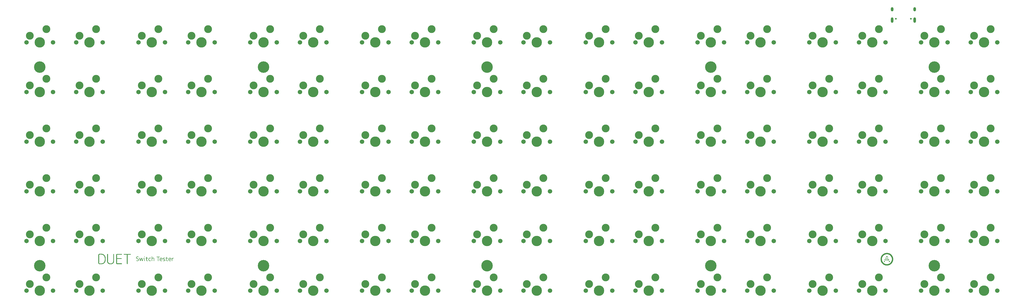
<source format=gts>
%TF.GenerationSoftware,KiCad,Pcbnew,7.0.7*%
%TF.CreationDate,2023-09-25T11:45:10+09:00*%
%TF.ProjectId,Duet-Switch-Tester,44756574-2d53-4776-9974-63682d546573,rev?*%
%TF.SameCoordinates,Original*%
%TF.FileFunction,Soldermask,Top*%
%TF.FilePolarity,Negative*%
%FSLAX46Y46*%
G04 Gerber Fmt 4.6, Leading zero omitted, Abs format (unit mm)*
G04 Created by KiCad (PCBNEW 7.0.7) date 2023-09-25 11:45:10*
%MOMM*%
%LPD*%
G01*
G04 APERTURE LIST*
%ADD10C,0.300000*%
%ADD11C,0.010000*%
%ADD12C,1.701800*%
%ADD13C,3.000000*%
%ADD14C,3.987800*%
%ADD15C,4.400000*%
%ADD16C,0.650000*%
%ADD17O,1.000000X1.600000*%
%ADD18O,1.000000X2.100000*%
G04 APERTURE END LIST*
D10*
G36*
X71070416Y-128752179D02*
G01*
X71183412Y-128757905D01*
X71292704Y-128767449D01*
X71398290Y-128780810D01*
X71500172Y-128797989D01*
X71598348Y-128818985D01*
X71692821Y-128843798D01*
X71783588Y-128872429D01*
X71870650Y-128904878D01*
X71954008Y-128941144D01*
X72033661Y-128981228D01*
X72109609Y-129025129D01*
X72181852Y-129072848D01*
X72250391Y-129124384D01*
X72315225Y-129179737D01*
X72376354Y-129238908D01*
X72433778Y-129301897D01*
X72487497Y-129368703D01*
X72537512Y-129439326D01*
X72583822Y-129513767D01*
X72626427Y-129592026D01*
X72665327Y-129674102D01*
X72700523Y-129759995D01*
X72732013Y-129849706D01*
X72759799Y-129943235D01*
X72783880Y-130040581D01*
X72804257Y-130141744D01*
X72820928Y-130246725D01*
X72833895Y-130355523D01*
X72843157Y-130468139D01*
X72848714Y-130584572D01*
X72850566Y-130704823D01*
X72848714Y-130831611D01*
X72843157Y-130954373D01*
X72833895Y-131073111D01*
X72820928Y-131187823D01*
X72804257Y-131298511D01*
X72783880Y-131405173D01*
X72759799Y-131507810D01*
X72732013Y-131606423D01*
X72700523Y-131701010D01*
X72665327Y-131791573D01*
X72626427Y-131878110D01*
X72583822Y-131960623D01*
X72537512Y-132039110D01*
X72487497Y-132113573D01*
X72433778Y-132184010D01*
X72376354Y-132250423D01*
X72315225Y-132312810D01*
X72250391Y-132371173D01*
X72181852Y-132425510D01*
X72109609Y-132475822D01*
X72033661Y-132522110D01*
X71954008Y-132564372D01*
X71870650Y-132602610D01*
X71783588Y-132636822D01*
X71692821Y-132667010D01*
X71598348Y-132693172D01*
X71500172Y-132715310D01*
X71398290Y-132733422D01*
X71292704Y-132747510D01*
X71183412Y-132757572D01*
X71070416Y-132763610D01*
X70953715Y-132765622D01*
X70906277Y-132765292D01*
X70857727Y-132764302D01*
X70808067Y-132762652D01*
X70757296Y-132760342D01*
X70705413Y-132757371D01*
X70652420Y-132753741D01*
X70598316Y-132749450D01*
X70561630Y-132746223D01*
X70524449Y-132742702D01*
X70486775Y-132738888D01*
X70448608Y-132734781D01*
X70409946Y-132730380D01*
X70390430Y-132728070D01*
X70347032Y-132720418D01*
X70306138Y-132708339D01*
X70267748Y-132691832D01*
X70231863Y-132670897D01*
X70198483Y-132645535D01*
X70167607Y-132615746D01*
X70155957Y-132602590D01*
X70129571Y-132567702D01*
X70107657Y-132531160D01*
X70090216Y-132492963D01*
X70077246Y-132453111D01*
X70068749Y-132411604D01*
X70068025Y-132403838D01*
X70386767Y-132403838D01*
X70406001Y-132427651D01*
X70459528Y-132436981D01*
X70512604Y-132445393D01*
X70565230Y-132452888D01*
X70617405Y-132459465D01*
X70669128Y-132465124D01*
X70720402Y-132469865D01*
X70771224Y-132473689D01*
X70821595Y-132476595D01*
X70871516Y-132478584D01*
X70920986Y-132479654D01*
X70953715Y-132479858D01*
X71004240Y-132479442D01*
X71053918Y-132478195D01*
X71102750Y-132476115D01*
X71150736Y-132473204D01*
X71197876Y-132469460D01*
X71244170Y-132464885D01*
X71289618Y-132459478D01*
X71334219Y-132453240D01*
X71377974Y-132446169D01*
X71420884Y-132438267D01*
X71462947Y-132429532D01*
X71504163Y-132419966D01*
X71544534Y-132409568D01*
X71584059Y-132398339D01*
X71622737Y-132386277D01*
X71660570Y-132373384D01*
X71697556Y-132359658D01*
X71733696Y-132345101D01*
X71768990Y-132329712D01*
X71803437Y-132313492D01*
X71837039Y-132296439D01*
X71869794Y-132278555D01*
X71901704Y-132259838D01*
X71932767Y-132240290D01*
X71992355Y-132198699D01*
X72048558Y-132153780D01*
X72101377Y-132105533D01*
X72150811Y-132053960D01*
X72197172Y-131998780D01*
X72240541Y-131939714D01*
X72261105Y-131908724D01*
X72280920Y-131876763D01*
X72299988Y-131843831D01*
X72318308Y-131809927D01*
X72335880Y-131775052D01*
X72352705Y-131739205D01*
X72368781Y-131702387D01*
X72384110Y-131664598D01*
X72398692Y-131625837D01*
X72412525Y-131586105D01*
X72425611Y-131545401D01*
X72437949Y-131503726D01*
X72449539Y-131461080D01*
X72460381Y-131417463D01*
X72470476Y-131372874D01*
X72479823Y-131327313D01*
X72488422Y-131280782D01*
X72496274Y-131233279D01*
X72503377Y-131184804D01*
X72509733Y-131135359D01*
X72515341Y-131084941D01*
X72520202Y-131033553D01*
X72524314Y-130981193D01*
X72527679Y-130927862D01*
X72530296Y-130873559D01*
X72532166Y-130818285D01*
X72533288Y-130762040D01*
X72533661Y-130704823D01*
X72533285Y-130651627D01*
X72532155Y-130599315D01*
X72530272Y-130547886D01*
X72527636Y-130497341D01*
X72524247Y-130447680D01*
X72520105Y-130398902D01*
X72515210Y-130351008D01*
X72509561Y-130303998D01*
X72503160Y-130257871D01*
X72496005Y-130212629D01*
X72488098Y-130168270D01*
X72479437Y-130124794D01*
X72470023Y-130082203D01*
X72459855Y-130040495D01*
X72448935Y-129999670D01*
X72437262Y-129959730D01*
X72424835Y-129920673D01*
X72411656Y-129882500D01*
X72397723Y-129845211D01*
X72383037Y-129808805D01*
X72367598Y-129773283D01*
X72351406Y-129738645D01*
X72334461Y-129704890D01*
X72316762Y-129672020D01*
X72298311Y-129640032D01*
X72259148Y-129578709D01*
X72216974Y-129520921D01*
X72171786Y-129466668D01*
X72148063Y-129440867D01*
X72098318Y-129391733D01*
X72045252Y-129345769D01*
X71988866Y-129302975D01*
X71929160Y-129263352D01*
X71866134Y-129226898D01*
X71833376Y-129209859D01*
X71799788Y-129193614D01*
X71765370Y-129178160D01*
X71730122Y-129163499D01*
X71694043Y-129149631D01*
X71657135Y-129136555D01*
X71619396Y-129124272D01*
X71580828Y-129112781D01*
X71541430Y-129102082D01*
X71501201Y-129092177D01*
X71460143Y-129083063D01*
X71418254Y-129074742D01*
X71375535Y-129067213D01*
X71331987Y-129060477D01*
X71287608Y-129054534D01*
X71242399Y-129049383D01*
X71196360Y-129045024D01*
X71149491Y-129041458D01*
X71101792Y-129038684D01*
X71053264Y-129036703D01*
X71003905Y-129035514D01*
X70953715Y-129035118D01*
X70904546Y-129035577D01*
X70854926Y-129036954D01*
X70804855Y-129039248D01*
X70754333Y-129042460D01*
X70703361Y-129046589D01*
X70651937Y-129051637D01*
X70600063Y-129057602D01*
X70547738Y-129064485D01*
X70494962Y-129072285D01*
X70441736Y-129081003D01*
X70406001Y-129087325D01*
X70386767Y-129111139D01*
X70386767Y-132403838D01*
X70068025Y-132403838D01*
X70064724Y-132368443D01*
X70064366Y-132350715D01*
X70064366Y-129164262D01*
X70066602Y-129120461D01*
X70073311Y-129078359D01*
X70084491Y-129037957D01*
X70100144Y-128999255D01*
X70120269Y-128962251D01*
X70144866Y-128926948D01*
X70155957Y-128913302D01*
X70185698Y-128881478D01*
X70217674Y-128854126D01*
X70251886Y-128831246D01*
X70288335Y-128812838D01*
X70327020Y-128798903D01*
X70367941Y-128789439D01*
X70384935Y-128786906D01*
X70434289Y-128780359D01*
X70484465Y-128774456D01*
X70535462Y-128769196D01*
X70587280Y-128764581D01*
X70639919Y-128760610D01*
X70693379Y-128757282D01*
X70747660Y-128754599D01*
X70784303Y-128753168D01*
X70821312Y-128752023D01*
X70858685Y-128751164D01*
X70896424Y-128750592D01*
X70934527Y-128750306D01*
X70953715Y-128750270D01*
X71070416Y-128752179D01*
G37*
G36*
X75729274Y-132416660D02*
G01*
X75684852Y-132458917D01*
X75638141Y-132498448D01*
X75589139Y-132535253D01*
X75537848Y-132569331D01*
X75484268Y-132600683D01*
X75428397Y-132629309D01*
X75370237Y-132655209D01*
X75309787Y-132678382D01*
X75247047Y-132698829D01*
X75182017Y-132716550D01*
X75114698Y-132731544D01*
X75045088Y-132743812D01*
X74973189Y-132753354D01*
X74936381Y-132757103D01*
X74899001Y-132760170D01*
X74861048Y-132762555D01*
X74822522Y-132764259D01*
X74783424Y-132765282D01*
X74743754Y-132765622D01*
X74704083Y-132765282D01*
X74664982Y-132764259D01*
X74626452Y-132762555D01*
X74588493Y-132760170D01*
X74551104Y-132757103D01*
X74514286Y-132753354D01*
X74442362Y-132743812D01*
X74372721Y-132731544D01*
X74305362Y-132716550D01*
X74240286Y-132698829D01*
X74177492Y-132678382D01*
X74116981Y-132655209D01*
X74058753Y-132629309D01*
X74002807Y-132600683D01*
X73949144Y-132569331D01*
X73897764Y-132535253D01*
X73848666Y-132498448D01*
X73801851Y-132458917D01*
X73757318Y-132416660D01*
X73715394Y-132371759D01*
X73676174Y-132324296D01*
X73639659Y-132274272D01*
X73605849Y-132221686D01*
X73574744Y-132166538D01*
X73546344Y-132108828D01*
X73520648Y-132048557D01*
X73497657Y-131985724D01*
X73477371Y-131920330D01*
X73459790Y-131852374D01*
X73444914Y-131781856D01*
X73438490Y-131745636D01*
X73432742Y-131708776D01*
X73427671Y-131671275D01*
X73423275Y-131633135D01*
X73419556Y-131594353D01*
X73416513Y-131554932D01*
X73414147Y-131514869D01*
X73412456Y-131474167D01*
X73411442Y-131432824D01*
X73411104Y-131390840D01*
X73411104Y-128963677D01*
X73415844Y-128925127D01*
X73430066Y-128889617D01*
X73453769Y-128857149D01*
X73459647Y-128851020D01*
X73488619Y-128827554D01*
X73524719Y-128810488D01*
X73560726Y-128803235D01*
X73577800Y-128802477D01*
X73616744Y-128806949D01*
X73652289Y-128820366D01*
X73684435Y-128842727D01*
X73690457Y-128848272D01*
X73716056Y-128878827D01*
X73732173Y-128914390D01*
X73738573Y-128950679D01*
X73739000Y-128963677D01*
X73739000Y-131400915D01*
X73739986Y-131466958D01*
X73742946Y-131530903D01*
X73747879Y-131592752D01*
X73754785Y-131652505D01*
X73763664Y-131710160D01*
X73774516Y-131765720D01*
X73787342Y-131819182D01*
X73802140Y-131870549D01*
X73818912Y-131919818D01*
X73837657Y-131966991D01*
X73858375Y-132012068D01*
X73881066Y-132055047D01*
X73905730Y-132095931D01*
X73932368Y-132134717D01*
X73960978Y-132171407D01*
X73991562Y-132206001D01*
X74024119Y-132238498D01*
X74058649Y-132268898D01*
X74095152Y-132297202D01*
X74133629Y-132323409D01*
X74174078Y-132347520D01*
X74216501Y-132369534D01*
X74260896Y-132389451D01*
X74307265Y-132407272D01*
X74355607Y-132422997D01*
X74405922Y-132436624D01*
X74458211Y-132448156D01*
X74512472Y-132457590D01*
X74568707Y-132464928D01*
X74626914Y-132470170D01*
X74687095Y-132473314D01*
X74749249Y-132474363D01*
X74811065Y-132473314D01*
X74870919Y-132470170D01*
X74928810Y-132464928D01*
X74984739Y-132457590D01*
X75038705Y-132448156D01*
X75090709Y-132436624D01*
X75140750Y-132422997D01*
X75188829Y-132407272D01*
X75234946Y-132389451D01*
X75279100Y-132369534D01*
X75321292Y-132347520D01*
X75361521Y-132323409D01*
X75399788Y-132297202D01*
X75436093Y-132268898D01*
X75470435Y-132238498D01*
X75502815Y-132206001D01*
X75533232Y-132171407D01*
X75561687Y-132134717D01*
X75588180Y-132095931D01*
X75612710Y-132055047D01*
X75635278Y-132012068D01*
X75655883Y-131966991D01*
X75674526Y-131919818D01*
X75691206Y-131870549D01*
X75705924Y-131819182D01*
X75718680Y-131765720D01*
X75729473Y-131710160D01*
X75738304Y-131652505D01*
X75745172Y-131592752D01*
X75750079Y-131530903D01*
X75753022Y-131466958D01*
X75754003Y-131400915D01*
X75754003Y-128963677D01*
X75757553Y-128926406D01*
X75769825Y-128889411D01*
X75790862Y-128857068D01*
X75798883Y-128848272D01*
X75829831Y-128824122D01*
X75865430Y-128808917D01*
X75905680Y-128802656D01*
X75914288Y-128802477D01*
X75952002Y-128806099D01*
X75989318Y-128818622D01*
X76021804Y-128840088D01*
X76030608Y-128848272D01*
X76054758Y-128879220D01*
X76069964Y-128914819D01*
X76076225Y-128955069D01*
X76076404Y-128963677D01*
X76076404Y-131390840D01*
X76076065Y-131432824D01*
X76075048Y-131474167D01*
X76073353Y-131514869D01*
X76070980Y-131554932D01*
X76067929Y-131594353D01*
X76064200Y-131633135D01*
X76059793Y-131671275D01*
X76054708Y-131708776D01*
X76048945Y-131745636D01*
X76042504Y-131781856D01*
X76027589Y-131852374D01*
X76009961Y-131920330D01*
X75989621Y-131985724D01*
X75966570Y-132048557D01*
X75940806Y-132108828D01*
X75912331Y-132166538D01*
X75881143Y-132221686D01*
X75847244Y-132274272D01*
X75810632Y-132324296D01*
X75771309Y-132371759D01*
X75729274Y-132416660D01*
G37*
G36*
X77204806Y-132712500D02*
G01*
X77164131Y-132710107D01*
X77125111Y-132702929D01*
X77087745Y-132690966D01*
X77052035Y-132674217D01*
X77017979Y-132652684D01*
X76985578Y-132626365D01*
X76973080Y-132614497D01*
X76944847Y-132582758D01*
X76921399Y-132549364D01*
X76902737Y-132514315D01*
X76888860Y-132477611D01*
X76879768Y-132439253D01*
X76875461Y-132399240D01*
X76875078Y-132382772D01*
X76875078Y-129133121D01*
X76877471Y-129092204D01*
X76884649Y-129053032D01*
X76896612Y-129015604D01*
X76913360Y-128979920D01*
X76934894Y-128945981D01*
X76961213Y-128913785D01*
X76973080Y-128901395D01*
X77004820Y-128872898D01*
X77038214Y-128849231D01*
X77073263Y-128830394D01*
X77109966Y-128816387D01*
X77148324Y-128807210D01*
X77188337Y-128802863D01*
X77204806Y-128802477D01*
X78972513Y-128802477D01*
X79011584Y-128807672D01*
X79045675Y-128823257D01*
X79072348Y-128846441D01*
X79095292Y-128877984D01*
X79108712Y-128913424D01*
X79112648Y-128949023D01*
X79107886Y-128987158D01*
X79093600Y-129020964D01*
X79072348Y-129047941D01*
X79042369Y-129070885D01*
X79007844Y-129084305D01*
X78972513Y-129088241D01*
X77215797Y-129088241D01*
X77197479Y-129106559D01*
X77197479Y-130435546D01*
X77215797Y-130453864D01*
X78867184Y-130453864D01*
X78905319Y-130458626D01*
X78939126Y-130472912D01*
X78966102Y-130494164D01*
X78989568Y-130524143D01*
X79003293Y-130558668D01*
X79007318Y-130593998D01*
X79002448Y-130632655D01*
X78987837Y-130666766D01*
X78966102Y-130693832D01*
X78936231Y-130716777D01*
X78902031Y-130730197D01*
X78867184Y-130734132D01*
X77215797Y-130734132D01*
X77197479Y-130746955D01*
X77197479Y-132408417D01*
X77215797Y-132426735D01*
X78972513Y-132426735D01*
X79011170Y-132431497D01*
X79045282Y-132445783D01*
X79072348Y-132467035D01*
X79095292Y-132497015D01*
X79108712Y-132531539D01*
X79112648Y-132566870D01*
X79107886Y-132605438D01*
X79093600Y-132640543D01*
X79072348Y-132669452D01*
X79042782Y-132693960D01*
X79008238Y-132708296D01*
X78972513Y-132712500D01*
X77204806Y-132712500D01*
G37*
G36*
X79925976Y-129093736D02*
G01*
X79886995Y-129088650D01*
X79851909Y-129073390D01*
X79823394Y-129050689D01*
X79798886Y-129019145D01*
X79784551Y-128983705D01*
X79780347Y-128948107D01*
X79785433Y-128909125D01*
X79800693Y-128874039D01*
X79823394Y-128845525D01*
X79854938Y-128821016D01*
X79890378Y-128806681D01*
X79925976Y-128802477D01*
X82363215Y-128802477D01*
X82402088Y-128807564D01*
X82436849Y-128822824D01*
X82464881Y-128845525D01*
X82489390Y-128877068D01*
X82503725Y-128912508D01*
X82507929Y-128948107D01*
X82502842Y-128987088D01*
X82487582Y-129022174D01*
X82464881Y-129050689D01*
X82433859Y-129075197D01*
X82398724Y-129089533D01*
X82363215Y-129093736D01*
X81323656Y-129093736D01*
X81305338Y-129111139D01*
X81305338Y-132551299D01*
X81301498Y-132589013D01*
X81288225Y-132626330D01*
X81265470Y-132658816D01*
X81256795Y-132667620D01*
X81225328Y-132691287D01*
X81190463Y-132706188D01*
X81152198Y-132712324D01*
X81144138Y-132712500D01*
X81105587Y-132708117D01*
X81070078Y-132694968D01*
X81037609Y-132673055D01*
X81031481Y-132667620D01*
X81005882Y-132636583D01*
X80989764Y-132600715D01*
X80983364Y-132564305D01*
X80982937Y-132551299D01*
X80982937Y-129111139D01*
X80964619Y-129093736D01*
X79925976Y-129093736D01*
G37*
G36*
X85019155Y-130738692D02*
G01*
X84989511Y-130728339D01*
X84960809Y-130717621D01*
X84933047Y-130706538D01*
X84906226Y-130695089D01*
X84880347Y-130683276D01*
X84855408Y-130671097D01*
X84831411Y-130658554D01*
X84808354Y-130645645D01*
X84786239Y-130632371D01*
X84765065Y-130618732D01*
X84744832Y-130604728D01*
X84725540Y-130590359D01*
X84707189Y-130575624D01*
X84689779Y-130560525D01*
X84673310Y-130545060D01*
X84657783Y-130529231D01*
X84643196Y-130513036D01*
X84629550Y-130496476D01*
X84616846Y-130479551D01*
X84605082Y-130462261D01*
X84594260Y-130444606D01*
X84584379Y-130426585D01*
X84575439Y-130408200D01*
X84567439Y-130389449D01*
X84560381Y-130370334D01*
X84554264Y-130350853D01*
X84549088Y-130331007D01*
X84544854Y-130310796D01*
X84541560Y-130290220D01*
X84539207Y-130269279D01*
X84537796Y-130247972D01*
X84537325Y-130226301D01*
X84537823Y-130201886D01*
X84539316Y-130178153D01*
X84541804Y-130155102D01*
X84545288Y-130132733D01*
X84549767Y-130111046D01*
X84555241Y-130090042D01*
X84561711Y-130069720D01*
X84569176Y-130050080D01*
X84577636Y-130031122D01*
X84587092Y-130012846D01*
X84597543Y-129995252D01*
X84608989Y-129978341D01*
X84621431Y-129962112D01*
X84634868Y-129946565D01*
X84649300Y-129931700D01*
X84664728Y-129917517D01*
X84681040Y-129904108D01*
X84698123Y-129891564D01*
X84715979Y-129879885D01*
X84734606Y-129869071D01*
X84754006Y-129859122D01*
X84774178Y-129850039D01*
X84795122Y-129841820D01*
X84816838Y-129834467D01*
X84839326Y-129827978D01*
X84862586Y-129822355D01*
X84886619Y-129817597D01*
X84911423Y-129813704D01*
X84936999Y-129810676D01*
X84963348Y-129808514D01*
X84990469Y-129807216D01*
X85018361Y-129806783D01*
X85044242Y-129807027D01*
X85069889Y-129807757D01*
X85095305Y-129808974D01*
X85120487Y-129810678D01*
X85145437Y-129812869D01*
X85170155Y-129815546D01*
X85194640Y-129818710D01*
X85218892Y-129822361D01*
X85242912Y-129826499D01*
X85266700Y-129831124D01*
X85290254Y-129836236D01*
X85313577Y-129841834D01*
X85336666Y-129847919D01*
X85359523Y-129854491D01*
X85382148Y-129861550D01*
X85404540Y-129869096D01*
X85419177Y-129875640D01*
X85434878Y-129885144D01*
X85449097Y-129896661D01*
X85460107Y-129908136D01*
X85470027Y-129921089D01*
X85478660Y-129934940D01*
X85485506Y-129949405D01*
X85490567Y-129964484D01*
X85493841Y-129980177D01*
X85495329Y-129996483D01*
X85495429Y-130002056D01*
X85493469Y-130019370D01*
X85487590Y-130034402D01*
X85477792Y-130047153D01*
X85464074Y-130057621D01*
X85448446Y-130064715D01*
X85432521Y-130067742D01*
X85416298Y-130066700D01*
X85399777Y-130061590D01*
X85376900Y-130051785D01*
X85354010Y-130042613D01*
X85331108Y-130034074D01*
X85308194Y-130026167D01*
X85285267Y-130018893D01*
X85262327Y-130012251D01*
X85239376Y-130006241D01*
X85216412Y-130000865D01*
X85193435Y-129996121D01*
X85170446Y-129992009D01*
X85147445Y-129988530D01*
X85124431Y-129985684D01*
X85101405Y-129983470D01*
X85078367Y-129981888D01*
X85055316Y-129980939D01*
X85032253Y-129980623D01*
X85015842Y-129980862D01*
X84999850Y-129981578D01*
X84976647Y-129983548D01*
X84954385Y-129986592D01*
X84933066Y-129990711D01*
X84912688Y-129995904D01*
X84893252Y-130002171D01*
X84874758Y-130009513D01*
X84857206Y-130017929D01*
X84840596Y-130027420D01*
X84824928Y-130037985D01*
X84819914Y-130041745D01*
X84805799Y-130053686D01*
X84793072Y-130066735D01*
X84781734Y-130080895D01*
X84771784Y-130096163D01*
X84763223Y-130112541D01*
X84756050Y-130130028D01*
X84750265Y-130148624D01*
X84745868Y-130168330D01*
X84742860Y-130189144D01*
X84741241Y-130211069D01*
X84740932Y-130226301D01*
X84742067Y-130252685D01*
X84745471Y-130278158D01*
X84751146Y-130302719D01*
X84759090Y-130326368D01*
X84769304Y-130349106D01*
X84781787Y-130370932D01*
X84796541Y-130391846D01*
X84813564Y-130411849D01*
X84832857Y-130430940D01*
X84854419Y-130449120D01*
X84878251Y-130466388D01*
X84904353Y-130482745D01*
X84918256Y-130490581D01*
X84932725Y-130498189D01*
X84947762Y-130505570D01*
X84963367Y-130512722D01*
X84979539Y-130519647D01*
X84996278Y-130526344D01*
X85013585Y-130532813D01*
X85031459Y-130539054D01*
X85049228Y-130544987D01*
X85066665Y-130550978D01*
X85083770Y-130557027D01*
X85100543Y-130563134D01*
X85116985Y-130569300D01*
X85133095Y-130575523D01*
X85148873Y-130581805D01*
X85164319Y-130588145D01*
X85179434Y-130594543D01*
X85194217Y-130600999D01*
X85222787Y-130614086D01*
X85250030Y-130627405D01*
X85275946Y-130640957D01*
X85300535Y-130654741D01*
X85323797Y-130668758D01*
X85345731Y-130683007D01*
X85366339Y-130697489D01*
X85385619Y-130712204D01*
X85403572Y-130727151D01*
X85420199Y-130742331D01*
X85435498Y-130757743D01*
X85449676Y-130773547D01*
X85462939Y-130789904D01*
X85475288Y-130806812D01*
X85486722Y-130824272D01*
X85497241Y-130842285D01*
X85506846Y-130860849D01*
X85515535Y-130879965D01*
X85523311Y-130899633D01*
X85530171Y-130919853D01*
X85536117Y-130940624D01*
X85541148Y-130961948D01*
X85545264Y-130983824D01*
X85548465Y-131006252D01*
X85550752Y-131029231D01*
X85552124Y-131052763D01*
X85552581Y-131076846D01*
X85552039Y-131105143D01*
X85550411Y-131132585D01*
X85547698Y-131159171D01*
X85543899Y-131184901D01*
X85539016Y-131209775D01*
X85533047Y-131233793D01*
X85525993Y-131256956D01*
X85517853Y-131279262D01*
X85508629Y-131300713D01*
X85498319Y-131321308D01*
X85486923Y-131341048D01*
X85474443Y-131359931D01*
X85460877Y-131377959D01*
X85446226Y-131395131D01*
X85430490Y-131411447D01*
X85413668Y-131426907D01*
X85395810Y-131441422D01*
X85376962Y-131455000D01*
X85357125Y-131467642D01*
X85336299Y-131479347D01*
X85314483Y-131490116D01*
X85291679Y-131499948D01*
X85267886Y-131508844D01*
X85243103Y-131516804D01*
X85217331Y-131523827D01*
X85190570Y-131529914D01*
X85162820Y-131535064D01*
X85134081Y-131539278D01*
X85104353Y-131542555D01*
X85073635Y-131544897D01*
X85041928Y-131546301D01*
X85025704Y-131546652D01*
X85009233Y-131546769D01*
X84984481Y-131546487D01*
X84960036Y-131545641D01*
X84935899Y-131544230D01*
X84912068Y-131542255D01*
X84888544Y-131539715D01*
X84865327Y-131536611D01*
X84842418Y-131532943D01*
X84819815Y-131528711D01*
X84797519Y-131523914D01*
X84775530Y-131518553D01*
X84753848Y-131512627D01*
X84732473Y-131506137D01*
X84711405Y-131499083D01*
X84690644Y-131491465D01*
X84670190Y-131483282D01*
X84650043Y-131474535D01*
X84634368Y-131466563D01*
X84620234Y-131457530D01*
X84607642Y-131447437D01*
X84593252Y-131432330D01*
X84581602Y-131415338D01*
X84572694Y-131396461D01*
X84567812Y-131381066D01*
X84564471Y-131364610D01*
X84562672Y-131347094D01*
X84562329Y-131334828D01*
X84564289Y-131317588D01*
X84570168Y-131302778D01*
X84581467Y-131289024D01*
X84593684Y-131280453D01*
X84609535Y-131273904D01*
X84625336Y-131271721D01*
X84641088Y-131273904D01*
X84656790Y-131280453D01*
X84676021Y-131291075D01*
X84695512Y-131301011D01*
X84715264Y-131310262D01*
X84735276Y-131318828D01*
X84755549Y-131326708D01*
X84776082Y-131333904D01*
X84796876Y-131340414D01*
X84817930Y-131346238D01*
X84839244Y-131351378D01*
X84860819Y-131355832D01*
X84882654Y-131359601D01*
X84904750Y-131362685D01*
X84927107Y-131365083D01*
X84949723Y-131366796D01*
X84972601Y-131367824D01*
X84995738Y-131368167D01*
X85017178Y-131367882D01*
X85037936Y-131367029D01*
X85058014Y-131365606D01*
X85077412Y-131363615D01*
X85096129Y-131361054D01*
X85114165Y-131357925D01*
X85131520Y-131354227D01*
X85148195Y-131349959D01*
X85164190Y-131345123D01*
X85179504Y-131339718D01*
X85208089Y-131327200D01*
X85233953Y-131312406D01*
X85257093Y-131295337D01*
X85277512Y-131275991D01*
X85295208Y-131254370D01*
X85310181Y-131230472D01*
X85322432Y-131204299D01*
X85331961Y-131175850D01*
X85338767Y-131145124D01*
X85341149Y-131128908D01*
X85342851Y-131112123D01*
X85343872Y-131094769D01*
X85344212Y-131076846D01*
X85343553Y-131055012D01*
X85341575Y-131033861D01*
X85338278Y-131013393D01*
X85333663Y-130993610D01*
X85327729Y-130974510D01*
X85320477Y-130956094D01*
X85311906Y-130938362D01*
X85302017Y-130921313D01*
X85290809Y-130904948D01*
X85278282Y-130889267D01*
X85269199Y-130879193D01*
X85254255Y-130864470D01*
X85237553Y-130850067D01*
X85219092Y-130835986D01*
X85205809Y-130826777D01*
X85191744Y-130817710D01*
X85176897Y-130808786D01*
X85161270Y-130800005D01*
X85144861Y-130791367D01*
X85127670Y-130782870D01*
X85109698Y-130774517D01*
X85090945Y-130766306D01*
X85071410Y-130758238D01*
X85051094Y-130750313D01*
X85029997Y-130742530D01*
X85019155Y-130738692D01*
G37*
G36*
X85988769Y-131405078D02*
G01*
X85716896Y-130416810D01*
X85713936Y-130399595D01*
X85714432Y-130383026D01*
X85718385Y-130367103D01*
X85725795Y-130351825D01*
X85731581Y-130343385D01*
X85743549Y-130330240D01*
X85757226Y-130320323D01*
X85772612Y-130313635D01*
X85789707Y-130310176D01*
X85800244Y-130309649D01*
X85816904Y-130310640D01*
X85832950Y-130313612D01*
X85848383Y-130318565D01*
X85863201Y-130325500D01*
X85877406Y-130334416D01*
X85882004Y-130337828D01*
X85894897Y-130348861D01*
X85905892Y-130361121D01*
X85914990Y-130374609D01*
X85922190Y-130389325D01*
X85927492Y-130405269D01*
X85928838Y-130410857D01*
X86155861Y-131356260D01*
X86145145Y-131357848D01*
X86134826Y-131356260D01*
X86349943Y-130433480D01*
X86355344Y-130416858D01*
X86362121Y-130401225D01*
X86370274Y-130386579D01*
X86379803Y-130372923D01*
X86390708Y-130360254D01*
X86402989Y-130348574D01*
X86408286Y-130344179D01*
X86422220Y-130334231D01*
X86436736Y-130325970D01*
X86451832Y-130319394D01*
X86467510Y-130314505D01*
X86483770Y-130311301D01*
X86500611Y-130309784D01*
X86507510Y-130309649D01*
X86524717Y-130310502D01*
X86541362Y-130313060D01*
X86557445Y-130317323D01*
X86572967Y-130323292D01*
X86587926Y-130330966D01*
X86602323Y-130340346D01*
X86607924Y-130344576D01*
X86621145Y-130355860D01*
X86632777Y-130368133D01*
X86642819Y-130381395D01*
X86651273Y-130395645D01*
X86658137Y-130410883D01*
X86663412Y-130427109D01*
X86665077Y-130433877D01*
X86878210Y-131356260D01*
X86869875Y-131347528D01*
X86859556Y-131356260D01*
X87086182Y-130408079D01*
X87091699Y-130392535D01*
X87098722Y-130378051D01*
X87107252Y-130364628D01*
X87117289Y-130352265D01*
X87128833Y-130340963D01*
X87133016Y-130337431D01*
X87146341Y-130327990D01*
X87160420Y-130320501D01*
X87177798Y-130314234D01*
X87193509Y-130310978D01*
X87209974Y-130309676D01*
X87212792Y-130309649D01*
X87229879Y-130311263D01*
X87245371Y-130316106D01*
X87259268Y-130324178D01*
X87271569Y-130335478D01*
X87277882Y-130343385D01*
X87286803Y-130358334D01*
X87292381Y-130373664D01*
X87294664Y-130391648D01*
X87293079Y-130407791D01*
X87291377Y-130414826D01*
X87019504Y-131405078D01*
X87014103Y-131420766D01*
X87007326Y-131435582D01*
X86999173Y-131449525D01*
X86989644Y-131462597D01*
X86978739Y-131474796D01*
X86966458Y-131486124D01*
X86961161Y-131490410D01*
X86947389Y-131500015D01*
X86933114Y-131507992D01*
X86918335Y-131514340D01*
X86903053Y-131519061D01*
X86887266Y-131522154D01*
X86870976Y-131523619D01*
X86864318Y-131523750D01*
X86847816Y-131522906D01*
X86831799Y-131520377D01*
X86816266Y-131516162D01*
X86801218Y-131510261D01*
X86786654Y-131502674D01*
X86772575Y-131493401D01*
X86767079Y-131489220D01*
X86754257Y-131477993D01*
X86742831Y-131465894D01*
X86732800Y-131452924D01*
X86724165Y-131439081D01*
X86716925Y-131424366D01*
X86711080Y-131408779D01*
X86709132Y-131402300D01*
X86493619Y-130493014D01*
X86503938Y-130491427D01*
X86514654Y-130493014D01*
X86299140Y-131401903D01*
X86294644Y-131417848D01*
X86288598Y-131432941D01*
X86281001Y-131447181D01*
X86271854Y-131460569D01*
X86261156Y-131473104D01*
X86248908Y-131484786D01*
X86243575Y-131489220D01*
X86229690Y-131499167D01*
X86215320Y-131507429D01*
X86200465Y-131514004D01*
X86185126Y-131518894D01*
X86169303Y-131522097D01*
X86152995Y-131523615D01*
X86146336Y-131523750D01*
X86129815Y-131522936D01*
X86113739Y-131520494D01*
X86098110Y-131516424D01*
X86082926Y-131510726D01*
X86068188Y-131503401D01*
X86053895Y-131494448D01*
X86048303Y-131490410D01*
X86035129Y-131479432D01*
X86023388Y-131467581D01*
X86013082Y-131454858D01*
X86004210Y-131441264D01*
X85996772Y-131426797D01*
X85990769Y-131411458D01*
X85988769Y-131405078D01*
G37*
G36*
X87803768Y-131492792D02*
G01*
X87790042Y-131504854D01*
X87774911Y-131513954D01*
X87758374Y-131520091D01*
X87740432Y-131523266D01*
X87729549Y-131523750D01*
X87713381Y-131522661D01*
X87695789Y-131518640D01*
X87679565Y-131511657D01*
X87664707Y-131501710D01*
X87654932Y-131492792D01*
X87643334Y-131478580D01*
X87634584Y-131463381D01*
X87628683Y-131447195D01*
X87625630Y-131430020D01*
X87625165Y-131419763D01*
X87625165Y-130413635D01*
X87626590Y-130395916D01*
X87630863Y-130379222D01*
X87637985Y-130363553D01*
X87647956Y-130348910D01*
X87654932Y-130341004D01*
X87666746Y-130330348D01*
X87681799Y-130320703D01*
X87698219Y-130314058D01*
X87716006Y-130310414D01*
X87729549Y-130309649D01*
X87745702Y-130310751D01*
X87763242Y-130314824D01*
X87779377Y-130321897D01*
X87794107Y-130331971D01*
X87803768Y-130341004D01*
X87815367Y-130355060D01*
X87824116Y-130370143D01*
X87830018Y-130386251D01*
X87833070Y-130403384D01*
X87833535Y-130413635D01*
X87833535Y-131419763D01*
X87832111Y-131437502D01*
X87827837Y-131454253D01*
X87820715Y-131470016D01*
X87810744Y-131484792D01*
X87803768Y-131492792D01*
G37*
G36*
X87803371Y-130023885D02*
G01*
X87789664Y-130035483D01*
X87774590Y-130044233D01*
X87758148Y-130050134D01*
X87740339Y-130053187D01*
X87729549Y-130053652D01*
X87713516Y-130052605D01*
X87696046Y-130048739D01*
X87679906Y-130042024D01*
X87665095Y-130032460D01*
X87655329Y-130023885D01*
X87643576Y-130010023D01*
X87634709Y-129994832D01*
X87628730Y-129978312D01*
X87625637Y-129960462D01*
X87625165Y-129949665D01*
X87625165Y-129887750D01*
X87626590Y-129870030D01*
X87630863Y-129853336D01*
X87637985Y-129837668D01*
X87647956Y-129823025D01*
X87654932Y-129815118D01*
X87666746Y-129804462D01*
X87681799Y-129794817D01*
X87698219Y-129788173D01*
X87716006Y-129784529D01*
X87729549Y-129783763D01*
X87745702Y-129784866D01*
X87763242Y-129788938D01*
X87779377Y-129796011D01*
X87794107Y-129806085D01*
X87803768Y-129815118D01*
X87815367Y-129829175D01*
X87824116Y-129844257D01*
X87830018Y-129860365D01*
X87833070Y-129877499D01*
X87833535Y-129887750D01*
X87833535Y-129949665D01*
X87832474Y-129965698D01*
X87828557Y-129983168D01*
X87821752Y-129999308D01*
X87812061Y-130014119D01*
X87803371Y-130023885D01*
G37*
G36*
X88262975Y-130518019D02*
G01*
X88246231Y-130516580D01*
X88230926Y-130512264D01*
X88215427Y-130503968D01*
X88204631Y-130494999D01*
X88194560Y-130482571D01*
X88186670Y-130466870D01*
X88182713Y-130451385D01*
X88181612Y-130436655D01*
X88183050Y-130419936D01*
X88188108Y-130402906D01*
X88196808Y-130387760D01*
X88204631Y-130378709D01*
X88217059Y-130368464D01*
X88232760Y-130360437D01*
X88248245Y-130356412D01*
X88262975Y-130355292D01*
X88429671Y-130355292D01*
X88437609Y-130347354D01*
X88437609Y-130020313D01*
X88438995Y-130002707D01*
X88443154Y-129986355D01*
X88450086Y-129971256D01*
X88459791Y-129957411D01*
X88466582Y-129950062D01*
X88479865Y-129938773D01*
X88494364Y-129930256D01*
X88510079Y-129924513D01*
X88527009Y-129921542D01*
X88537229Y-129921089D01*
X88554854Y-129922475D01*
X88571263Y-129926635D01*
X88586456Y-129933567D01*
X88600435Y-129943272D01*
X88607876Y-129950062D01*
X88619166Y-129963191D01*
X88627682Y-129977574D01*
X88633426Y-129993209D01*
X88636397Y-130010099D01*
X88636850Y-130020313D01*
X88636850Y-130347354D01*
X88644788Y-130355292D01*
X88987704Y-130355292D01*
X89004424Y-130356755D01*
X89021454Y-130361901D01*
X89036600Y-130370750D01*
X89045651Y-130378709D01*
X89055896Y-130390963D01*
X89063923Y-130406528D01*
X89067947Y-130421944D01*
X89069068Y-130436655D01*
X89067604Y-130453399D01*
X89063214Y-130468704D01*
X89054775Y-130484203D01*
X89045651Y-130494999D01*
X89031761Y-130506126D01*
X89015986Y-130513612D01*
X89000383Y-130517209D01*
X88987704Y-130518019D01*
X88644788Y-130518019D01*
X88636850Y-130525560D01*
X88636850Y-131129236D01*
X88637006Y-131148791D01*
X88637476Y-131167468D01*
X88638259Y-131185268D01*
X88639355Y-131202190D01*
X88640764Y-131218235D01*
X88643465Y-131240657D01*
X88646871Y-131261104D01*
X88650982Y-131279578D01*
X88655797Y-131296076D01*
X88663313Y-131315003D01*
X88672082Y-131330420D01*
X88676936Y-131336812D01*
X88691352Y-131350419D01*
X88705607Y-131359643D01*
X88722279Y-131367392D01*
X88741371Y-131373665D01*
X88757276Y-131377401D01*
X88774542Y-131380307D01*
X88793169Y-131382382D01*
X88813156Y-131383627D01*
X88834503Y-131384043D01*
X88851985Y-131383869D01*
X88868711Y-131383348D01*
X88884679Y-131382480D01*
X88903576Y-131380906D01*
X88921291Y-131378790D01*
X88937824Y-131376131D01*
X88953175Y-131372930D01*
X88969859Y-131371688D01*
X88985979Y-131374213D01*
X89001533Y-131380506D01*
X89009931Y-131385630D01*
X89022977Y-131396967D01*
X89031754Y-131410439D01*
X89036261Y-131426046D01*
X89036919Y-131435639D01*
X89035530Y-131453425D01*
X89031363Y-131470268D01*
X89024417Y-131486169D01*
X89014693Y-131501127D01*
X89002811Y-131513976D01*
X88989391Y-131523948D01*
X88974433Y-131531042D01*
X88957937Y-131535259D01*
X88942260Y-131537957D01*
X88925590Y-131540295D01*
X88907929Y-131542273D01*
X88889275Y-131543892D01*
X88869628Y-131545151D01*
X88848990Y-131546050D01*
X88832860Y-131546488D01*
X88816172Y-131546724D01*
X88804736Y-131546769D01*
X88779383Y-131546428D01*
X88755019Y-131545405D01*
X88731644Y-131543700D01*
X88709258Y-131541312D01*
X88687861Y-131538242D01*
X88667454Y-131534490D01*
X88648036Y-131530056D01*
X88629606Y-131524940D01*
X88612166Y-131519142D01*
X88595715Y-131512661D01*
X88580253Y-131505499D01*
X88565781Y-131497654D01*
X88552297Y-131489127D01*
X88533926Y-131475057D01*
X88517781Y-131459453D01*
X88503454Y-131441785D01*
X88490535Y-131421676D01*
X88482706Y-131406914D01*
X88475503Y-131391066D01*
X88468926Y-131374133D01*
X88462976Y-131356114D01*
X88457652Y-131337011D01*
X88452954Y-131316822D01*
X88448883Y-131295547D01*
X88445438Y-131273188D01*
X88442619Y-131249743D01*
X88440427Y-131225213D01*
X88438861Y-131199598D01*
X88437922Y-131172898D01*
X88437609Y-131145112D01*
X88437609Y-130525560D01*
X88429671Y-130518019D01*
X88262975Y-130518019D01*
G37*
G36*
X89850950Y-131546769D02*
G01*
X89833859Y-131546613D01*
X89817014Y-131546143D01*
X89800417Y-131545360D01*
X89784067Y-131544264D01*
X89767965Y-131542855D01*
X89752110Y-131541132D01*
X89721141Y-131536748D01*
X89691161Y-131531111D01*
X89662171Y-131524221D01*
X89634170Y-131516078D01*
X89607158Y-131506683D01*
X89581135Y-131496035D01*
X89556101Y-131484134D01*
X89532056Y-131470981D01*
X89509001Y-131456575D01*
X89486934Y-131440916D01*
X89465857Y-131424005D01*
X89445769Y-131405841D01*
X89426670Y-131386424D01*
X89408647Y-131365751D01*
X89391787Y-131343919D01*
X89376089Y-131320927D01*
X89361554Y-131296775D01*
X89348182Y-131271464D01*
X89335973Y-131244993D01*
X89324927Y-131217362D01*
X89315043Y-131188572D01*
X89306323Y-131158622D01*
X89302398Y-131143212D01*
X89298764Y-131127512D01*
X89295421Y-131111522D01*
X89292369Y-131095243D01*
X89289608Y-131078673D01*
X89287137Y-131061814D01*
X89284956Y-131044664D01*
X89283067Y-131027225D01*
X89281468Y-131009496D01*
X89280160Y-130991477D01*
X89279143Y-130973168D01*
X89278416Y-130954568D01*
X89277980Y-130935680D01*
X89277834Y-130916501D01*
X89277975Y-130897492D01*
X89278397Y-130878766D01*
X89279101Y-130860323D01*
X89280086Y-130842164D01*
X89281352Y-130824287D01*
X89282900Y-130806693D01*
X89284729Y-130789382D01*
X89286839Y-130772354D01*
X89289231Y-130755608D01*
X89291904Y-130739146D01*
X89294859Y-130722967D01*
X89298095Y-130707071D01*
X89301612Y-130691457D01*
X89309491Y-130661079D01*
X89318496Y-130631833D01*
X89328626Y-130603719D01*
X89339881Y-130576736D01*
X89352263Y-130550885D01*
X89365769Y-130526166D01*
X89380402Y-130502579D01*
X89396160Y-130480123D01*
X89413043Y-130458799D01*
X89421907Y-130448562D01*
X89440423Y-130428953D01*
X89459854Y-130410609D01*
X89480200Y-130393530D01*
X89501460Y-130377716D01*
X89523635Y-130363168D01*
X89546724Y-130349884D01*
X89570729Y-130337866D01*
X89595648Y-130327112D01*
X89621482Y-130317624D01*
X89648230Y-130309401D01*
X89675893Y-130302443D01*
X89704471Y-130296750D01*
X89733964Y-130292322D01*
X89764371Y-130289159D01*
X89795694Y-130287261D01*
X89811698Y-130286787D01*
X89827930Y-130286629D01*
X89850598Y-130286856D01*
X89873502Y-130287536D01*
X89896644Y-130288670D01*
X89920022Y-130290257D01*
X89943638Y-130292297D01*
X89959514Y-130293910D01*
X89975495Y-130295724D01*
X89991582Y-130297739D01*
X90007774Y-130299956D01*
X90024072Y-130302375D01*
X90040474Y-130304995D01*
X90056983Y-130307817D01*
X90073597Y-130310840D01*
X90081943Y-130312427D01*
X90099282Y-130317587D01*
X90115183Y-130325525D01*
X90129645Y-130336241D01*
X90141119Y-130347896D01*
X90142668Y-130349735D01*
X90152411Y-130363059D01*
X90159761Y-130377333D01*
X90164718Y-130392557D01*
X90167282Y-130408730D01*
X90167672Y-130418398D01*
X90165837Y-130434547D01*
X90159383Y-130450520D01*
X90148283Y-130464170D01*
X90138302Y-130471979D01*
X90123567Y-130479817D01*
X90106398Y-130484603D01*
X90088600Y-130485120D01*
X90076386Y-130483092D01*
X90054746Y-130477843D01*
X90032987Y-130473111D01*
X90011109Y-130468894D01*
X89989113Y-130465194D01*
X89966998Y-130462011D01*
X89944765Y-130459343D01*
X89922413Y-130457192D01*
X89899942Y-130455557D01*
X89877353Y-130454439D01*
X89854645Y-130453836D01*
X89839440Y-130453722D01*
X89817708Y-130454174D01*
X89796666Y-130455529D01*
X89776313Y-130457789D01*
X89756651Y-130460953D01*
X89737678Y-130465020D01*
X89719395Y-130469991D01*
X89701802Y-130475866D01*
X89684900Y-130482645D01*
X89668687Y-130490328D01*
X89653163Y-130498915D01*
X89638330Y-130508405D01*
X89624187Y-130518800D01*
X89610734Y-130530098D01*
X89597970Y-130542300D01*
X89585897Y-130555406D01*
X89574513Y-130569416D01*
X89563820Y-130584330D01*
X89553816Y-130600148D01*
X89544502Y-130616869D01*
X89535878Y-130634495D01*
X89527944Y-130653024D01*
X89520700Y-130672457D01*
X89514146Y-130692794D01*
X89508281Y-130714035D01*
X89503107Y-130736180D01*
X89498623Y-130759228D01*
X89494828Y-130783181D01*
X89491723Y-130808037D01*
X89489309Y-130833797D01*
X89487584Y-130860461D01*
X89486549Y-130888029D01*
X89486204Y-130916501D01*
X89486565Y-130946249D01*
X89487649Y-130974968D01*
X89489455Y-131002658D01*
X89491984Y-131029318D01*
X89495235Y-131054949D01*
X89499209Y-131079550D01*
X89503905Y-131103122D01*
X89509323Y-131125664D01*
X89515464Y-131147177D01*
X89522328Y-131167661D01*
X89529914Y-131187115D01*
X89538222Y-131205539D01*
X89547253Y-131222934D01*
X89557006Y-131239300D01*
X89567482Y-131254636D01*
X89578681Y-131268943D01*
X89590671Y-131282304D01*
X89603424Y-131294803D01*
X89616941Y-131306440D01*
X89631220Y-131317215D01*
X89646261Y-131327129D01*
X89662066Y-131336180D01*
X89678633Y-131344369D01*
X89695963Y-131351696D01*
X89714056Y-131358161D01*
X89732911Y-131363764D01*
X89752530Y-131368505D01*
X89772911Y-131372384D01*
X89794055Y-131375401D01*
X89815962Y-131377556D01*
X89838631Y-131378849D01*
X89862063Y-131379280D01*
X89885526Y-131378987D01*
X89908584Y-131378108D01*
X89931237Y-131376643D01*
X89953486Y-131374592D01*
X89975329Y-131371954D01*
X89996769Y-131368731D01*
X90017803Y-131364922D01*
X90038433Y-131360527D01*
X90058659Y-131355545D01*
X90078479Y-131349978D01*
X90091468Y-131345941D01*
X90108662Y-131341947D01*
X90125417Y-131342913D01*
X90141732Y-131348840D01*
X90150606Y-131354275D01*
X90162934Y-131365091D01*
X90172593Y-131379393D01*
X90177795Y-131395956D01*
X90178785Y-131408253D01*
X90177684Y-131424736D01*
X90174379Y-131440496D01*
X90168871Y-131455535D01*
X90161161Y-131469852D01*
X90155765Y-131477710D01*
X90144934Y-131490112D01*
X90132584Y-131500576D01*
X90118715Y-131509104D01*
X90103326Y-131515694D01*
X90093850Y-131518590D01*
X90073236Y-131523626D01*
X90052176Y-131528167D01*
X90030669Y-131532212D01*
X90008716Y-131535762D01*
X89986316Y-131538816D01*
X89963470Y-131541376D01*
X89940177Y-131543440D01*
X89916438Y-131545008D01*
X89900364Y-131545779D01*
X89884091Y-131546329D01*
X89867620Y-131546659D01*
X89850950Y-131546769D01*
G37*
G36*
X90662600Y-131494776D02*
G01*
X90649452Y-131506066D01*
X90635013Y-131514582D01*
X90619282Y-131520326D01*
X90602259Y-131523297D01*
X90591953Y-131523750D01*
X90574271Y-131522382D01*
X90557691Y-131518280D01*
X90542212Y-131511443D01*
X90527835Y-131501871D01*
X90520115Y-131495173D01*
X90508516Y-131481871D01*
X90499766Y-131467314D01*
X90493865Y-131451505D01*
X90490813Y-131434442D01*
X90490348Y-131424129D01*
X90490348Y-129883384D01*
X90491772Y-129865624D01*
X90496045Y-129849155D01*
X90503167Y-129833978D01*
X90513138Y-129820092D01*
X90520115Y-129812737D01*
X90533862Y-129801447D01*
X90548711Y-129792931D01*
X90564662Y-129787187D01*
X90581714Y-129784216D01*
X90591953Y-129783763D01*
X90609713Y-129785150D01*
X90626182Y-129789309D01*
X90641359Y-129796241D01*
X90655245Y-129805946D01*
X90662600Y-129812737D01*
X90673889Y-129826020D01*
X90682406Y-129840519D01*
X90688150Y-129856234D01*
X90691120Y-129873164D01*
X90691573Y-129883384D01*
X90691573Y-130500555D01*
X90680857Y-130498174D01*
X90676491Y-130492220D01*
X90687038Y-130479572D01*
X90697694Y-130467325D01*
X90708458Y-130455479D01*
X90730312Y-130432992D01*
X90752600Y-130412112D01*
X90775323Y-130392838D01*
X90798479Y-130375170D01*
X90822069Y-130359108D01*
X90846094Y-130344652D01*
X90870552Y-130331803D01*
X90895445Y-130320560D01*
X90920772Y-130310922D01*
X90946533Y-130302892D01*
X90972728Y-130296467D01*
X90999357Y-130291648D01*
X91026420Y-130288436D01*
X91053918Y-130286830D01*
X91067829Y-130286629D01*
X91094113Y-130287097D01*
X91119481Y-130288502D01*
X91143935Y-130290843D01*
X91167475Y-130294120D01*
X91190099Y-130298334D01*
X91211809Y-130303485D01*
X91232604Y-130309571D01*
X91252484Y-130316594D01*
X91271450Y-130324554D01*
X91289501Y-130333450D01*
X91306637Y-130343283D01*
X91322859Y-130354051D01*
X91338166Y-130365757D01*
X91352558Y-130378398D01*
X91366035Y-130391977D01*
X91378598Y-130406491D01*
X91390373Y-130422037D01*
X91401388Y-130438807D01*
X91411644Y-130456802D01*
X91421140Y-130476022D01*
X91429876Y-130496467D01*
X91437853Y-130518136D01*
X91445070Y-130541031D01*
X91451527Y-130565150D01*
X91457225Y-130590494D01*
X91462163Y-130617062D01*
X91466341Y-130644856D01*
X91469759Y-130673874D01*
X91472418Y-130704117D01*
X91474318Y-130735585D01*
X91474982Y-130751778D01*
X91475457Y-130768278D01*
X91475742Y-130785083D01*
X91475837Y-130802195D01*
X91475837Y-131424129D01*
X91474507Y-131441754D01*
X91470519Y-131458163D01*
X91463872Y-131473356D01*
X91454566Y-131487334D01*
X91448054Y-131494776D01*
X91435370Y-131506066D01*
X91421281Y-131514582D01*
X91405786Y-131520326D01*
X91388886Y-131523297D01*
X91378598Y-131523750D01*
X91360973Y-131522363D01*
X91344564Y-131518204D01*
X91329370Y-131511272D01*
X91315392Y-131501567D01*
X91307950Y-131494776D01*
X91296661Y-131481493D01*
X91288145Y-131466994D01*
X91282401Y-131451279D01*
X91279430Y-131434349D01*
X91278977Y-131424129D01*
X91278977Y-130831962D01*
X91278752Y-130804276D01*
X91278078Y-130777774D01*
X91276954Y-130752456D01*
X91275380Y-130728323D01*
X91273357Y-130705374D01*
X91270884Y-130683610D01*
X91267962Y-130663031D01*
X91264590Y-130643636D01*
X91260768Y-130625425D01*
X91256497Y-130608399D01*
X91251776Y-130592557D01*
X91243852Y-130571016D01*
X91234916Y-130552139D01*
X91224968Y-130535928D01*
X91221427Y-130531116D01*
X91209961Y-130517710D01*
X91196995Y-130505623D01*
X91182529Y-130494855D01*
X91166563Y-130485405D01*
X91149097Y-130477274D01*
X91130131Y-130470461D01*
X91109665Y-130464967D01*
X91087699Y-130460791D01*
X91064233Y-130457934D01*
X91047755Y-130456762D01*
X91030611Y-130456176D01*
X91021789Y-130456103D01*
X91000551Y-130457066D01*
X90979404Y-130459954D01*
X90958347Y-130464768D01*
X90937381Y-130471507D01*
X90916506Y-130480172D01*
X90895721Y-130490763D01*
X90881915Y-130498893D01*
X90868149Y-130507879D01*
X90854424Y-130517721D01*
X90840739Y-130528418D01*
X90827094Y-130539972D01*
X90813490Y-130552381D01*
X90799925Y-130565646D01*
X90786805Y-130579308D01*
X90774530Y-130593007D01*
X90763103Y-130606743D01*
X90752521Y-130620517D01*
X90742786Y-130634327D01*
X90733898Y-130648175D01*
X90725856Y-130662060D01*
X90715381Y-130682958D01*
X90706810Y-130703939D01*
X90700144Y-130725004D01*
X90695382Y-130746152D01*
X90692525Y-130767385D01*
X90691573Y-130788701D01*
X90691573Y-131424129D01*
X90690187Y-131441754D01*
X90686027Y-131458163D01*
X90679095Y-131473356D01*
X90669390Y-131487334D01*
X90662600Y-131494776D01*
G37*
G36*
X92444657Y-130010390D02*
G01*
X92426846Y-130008728D01*
X92410325Y-130003742D01*
X92395094Y-129995432D01*
X92381154Y-129983798D01*
X92370792Y-129971652D01*
X92362067Y-129956514D01*
X92356665Y-129940036D01*
X92354588Y-129922220D01*
X92354562Y-129919898D01*
X92356224Y-129901914D01*
X92361210Y-129885269D01*
X92369520Y-129869964D01*
X92381154Y-129855998D01*
X92393281Y-129845637D01*
X92408351Y-129836911D01*
X92424710Y-129831510D01*
X92442360Y-129829432D01*
X92444657Y-129829406D01*
X93464279Y-129829406D01*
X93482263Y-129831068D01*
X93498908Y-129836054D01*
X93514213Y-129844364D01*
X93528179Y-129855998D01*
X93538541Y-129868145D01*
X93547266Y-129883283D01*
X93552667Y-129899760D01*
X93554745Y-129917577D01*
X93554771Y-129919898D01*
X93553109Y-129937883D01*
X93548123Y-129954527D01*
X93539813Y-129969833D01*
X93528179Y-129983798D01*
X93516032Y-129994160D01*
X93500894Y-130002885D01*
X93484417Y-130008287D01*
X93466600Y-130010364D01*
X93464279Y-130010390D01*
X93066591Y-130010390D01*
X93058653Y-130018328D01*
X93058653Y-131419763D01*
X93057228Y-131437502D01*
X93052955Y-131454253D01*
X93045833Y-131470016D01*
X93035862Y-131484792D01*
X93028886Y-131492792D01*
X93015160Y-131504854D01*
X93000029Y-131513954D01*
X92983492Y-131520091D01*
X92965550Y-131523266D01*
X92954666Y-131523750D01*
X92938513Y-131522661D01*
X92920972Y-131518640D01*
X92904837Y-131511657D01*
X92890108Y-131501710D01*
X92880447Y-131492792D01*
X92868848Y-131478580D01*
X92860098Y-131463381D01*
X92854197Y-131447195D01*
X92851145Y-131430020D01*
X92850680Y-131419763D01*
X92850680Y-130018328D01*
X92842742Y-130010390D01*
X92444657Y-130010390D01*
G37*
G36*
X94112306Y-130287161D02*
G01*
X94139933Y-130288756D01*
X94166712Y-130291415D01*
X94192643Y-130295137D01*
X94217725Y-130299923D01*
X94241960Y-130305773D01*
X94265346Y-130312686D01*
X94287885Y-130320663D01*
X94309575Y-130329703D01*
X94330418Y-130339807D01*
X94350412Y-130350974D01*
X94369558Y-130363205D01*
X94387857Y-130376499D01*
X94405307Y-130390857D01*
X94421909Y-130406279D01*
X94437663Y-130422764D01*
X94452569Y-130440312D01*
X94466627Y-130458925D01*
X94479837Y-130478600D01*
X94492199Y-130499340D01*
X94503713Y-130521143D01*
X94514378Y-130544009D01*
X94524196Y-130567939D01*
X94533166Y-130592932D01*
X94541287Y-130618989D01*
X94548561Y-130646110D01*
X94554987Y-130674294D01*
X94560564Y-130703542D01*
X94565293Y-130733853D01*
X94569175Y-130765228D01*
X94572208Y-130797666D01*
X94574393Y-130831168D01*
X94574118Y-130849794D01*
X94571556Y-130867470D01*
X94566707Y-130884197D01*
X94559572Y-130899974D01*
X94550149Y-130914801D01*
X94538440Y-130928679D01*
X94533116Y-130933964D01*
X94518961Y-130945855D01*
X94504031Y-130955731D01*
X94488326Y-130963592D01*
X94471846Y-130969437D01*
X94454590Y-130973266D01*
X94436559Y-130975080D01*
X94429130Y-130975241D01*
X93752424Y-130975241D01*
X93746868Y-130982385D01*
X93748461Y-131007390D01*
X93750759Y-131031600D01*
X93753763Y-131055017D01*
X93757472Y-131077640D01*
X93761887Y-131099469D01*
X93767007Y-131120505D01*
X93772833Y-131140746D01*
X93779364Y-131160194D01*
X93786600Y-131178848D01*
X93794542Y-131196708D01*
X93803189Y-131213775D01*
X93812542Y-131230047D01*
X93822600Y-131245526D01*
X93833363Y-131260211D01*
X93844832Y-131274103D01*
X93857006Y-131287200D01*
X93869886Y-131299504D01*
X93883471Y-131311014D01*
X93897762Y-131321730D01*
X93912758Y-131331653D01*
X93928459Y-131340781D01*
X93944866Y-131349116D01*
X93961978Y-131356657D01*
X93979795Y-131363404D01*
X93998319Y-131369357D01*
X94017547Y-131374517D01*
X94037481Y-131378883D01*
X94058120Y-131382455D01*
X94079465Y-131385233D01*
X94101515Y-131387218D01*
X94124271Y-131388408D01*
X94147732Y-131388805D01*
X94163829Y-131388621D01*
X94179973Y-131388067D01*
X94196164Y-131387145D01*
X94212401Y-131385853D01*
X94228684Y-131384193D01*
X94245014Y-131382164D01*
X94261391Y-131379765D01*
X94277814Y-131376998D01*
X94294283Y-131373861D01*
X94310799Y-131370356D01*
X94327362Y-131366482D01*
X94343971Y-131362238D01*
X94360627Y-131357626D01*
X94377329Y-131352645D01*
X94394078Y-131347294D01*
X94410873Y-131341575D01*
X94426352Y-131337854D01*
X94443291Y-131338056D01*
X94459728Y-131342905D01*
X94470407Y-131348719D01*
X94482909Y-131358865D01*
X94492704Y-131372710D01*
X94497979Y-131389129D01*
X94498983Y-131401506D01*
X94497724Y-131422293D01*
X94493948Y-131440997D01*
X94487653Y-131457617D01*
X94478841Y-131472153D01*
X94467511Y-131484606D01*
X94453663Y-131494975D01*
X94437297Y-131503260D01*
X94418414Y-131509461D01*
X94399992Y-131513979D01*
X94381639Y-131518205D01*
X94363354Y-131522140D01*
X94345137Y-131525784D01*
X94326988Y-131529135D01*
X94308908Y-131532196D01*
X94290896Y-131534965D01*
X94272952Y-131537442D01*
X94255076Y-131539628D01*
X94237268Y-131541523D01*
X94219529Y-131543126D01*
X94201858Y-131544438D01*
X94184255Y-131545458D01*
X94166720Y-131546186D01*
X94149254Y-131546624D01*
X94131856Y-131546769D01*
X94114079Y-131546615D01*
X94096569Y-131546152D01*
X94079326Y-131545381D01*
X94062350Y-131544301D01*
X94045640Y-131542913D01*
X94029196Y-131541216D01*
X94013020Y-131539211D01*
X93997110Y-131536897D01*
X93966090Y-131531343D01*
X93936137Y-131524556D01*
X93907251Y-131516534D01*
X93879431Y-131507278D01*
X93852678Y-131496789D01*
X93826991Y-131485065D01*
X93802371Y-131472107D01*
X93778818Y-131457915D01*
X93756331Y-131442488D01*
X93734912Y-131425828D01*
X93714558Y-131407934D01*
X93695272Y-131388805D01*
X93677104Y-131368402D01*
X93660109Y-131346784D01*
X93644286Y-131323950D01*
X93629635Y-131299901D01*
X93616156Y-131274636D01*
X93603849Y-131248156D01*
X93592715Y-131220460D01*
X93582752Y-131191549D01*
X93573961Y-131161422D01*
X93570006Y-131145903D01*
X93566343Y-131130080D01*
X93562973Y-131113953D01*
X93559896Y-131097522D01*
X93557113Y-131080787D01*
X93554622Y-131063749D01*
X93552424Y-131046406D01*
X93550520Y-131028760D01*
X93548908Y-131010810D01*
X93547590Y-130992556D01*
X93546564Y-130973998D01*
X93545832Y-130955136D01*
X93545392Y-130935970D01*
X93545245Y-130916501D01*
X93545386Y-130896499D01*
X93545808Y-130876827D01*
X93546512Y-130857485D01*
X93547497Y-130838474D01*
X93548763Y-130819793D01*
X93549611Y-130809736D01*
X93749249Y-130809736D01*
X93757187Y-130814896D01*
X94371977Y-130814896D01*
X94377534Y-130809736D01*
X94376430Y-130787271D01*
X94374805Y-130765520D01*
X94372659Y-130744481D01*
X94369993Y-130724156D01*
X94366805Y-130704543D01*
X94363096Y-130685644D01*
X94358867Y-130667459D01*
X94354117Y-130649986D01*
X94348845Y-130633226D01*
X94343053Y-130617180D01*
X94336740Y-130601847D01*
X94329906Y-130587227D01*
X94314675Y-130560127D01*
X94297361Y-130535879D01*
X94277963Y-130514484D01*
X94256481Y-130495941D01*
X94232915Y-130480252D01*
X94207266Y-130467414D01*
X94179533Y-130457430D01*
X94149716Y-130450298D01*
X94134026Y-130447802D01*
X94117816Y-130446019D01*
X94101084Y-130444950D01*
X94083831Y-130444593D01*
X94065001Y-130444950D01*
X94046711Y-130446019D01*
X94028961Y-130447802D01*
X94011752Y-130450298D01*
X93995083Y-130453508D01*
X93978954Y-130457430D01*
X93963365Y-130462066D01*
X93948317Y-130467414D01*
X93919841Y-130480252D01*
X93893527Y-130495941D01*
X93869374Y-130514484D01*
X93847382Y-130535879D01*
X93827551Y-130560127D01*
X93818446Y-130573320D01*
X93809881Y-130587227D01*
X93801857Y-130601847D01*
X93794373Y-130617180D01*
X93787429Y-130633226D01*
X93781026Y-130649986D01*
X93775163Y-130667459D01*
X93769840Y-130685644D01*
X93765057Y-130704543D01*
X93760815Y-130724156D01*
X93757113Y-130744481D01*
X93753952Y-130765520D01*
X93751330Y-130787271D01*
X93749249Y-130809736D01*
X93549611Y-130809736D01*
X93550311Y-130801442D01*
X93552140Y-130783421D01*
X93554250Y-130765730D01*
X93556642Y-130748370D01*
X93559315Y-130731340D01*
X93562270Y-130714640D01*
X93565506Y-130698271D01*
X93569023Y-130682231D01*
X93572822Y-130666522D01*
X93576902Y-130651143D01*
X93585907Y-130621376D01*
X93596037Y-130592930D01*
X93607292Y-130565805D01*
X93619674Y-130540000D01*
X93633181Y-130515517D01*
X93647813Y-130492354D01*
X93663571Y-130470513D01*
X93680454Y-130449992D01*
X93689318Y-130440227D01*
X93707789Y-130421627D01*
X93727085Y-130404228D01*
X93747206Y-130388028D01*
X93768151Y-130373028D01*
X93789922Y-130359228D01*
X93812517Y-130346628D01*
X93835937Y-130335228D01*
X93860181Y-130325029D01*
X93885251Y-130316029D01*
X93911145Y-130308229D01*
X93937864Y-130301629D01*
X93965408Y-130296229D01*
X93993777Y-130292029D01*
X94022970Y-130289029D01*
X94052988Y-130287229D01*
X94083831Y-130286629D01*
X94112306Y-130287161D01*
G37*
G36*
X95204662Y-130990720D02*
G01*
X95177075Y-130983895D01*
X95150473Y-130976816D01*
X95124858Y-130969483D01*
X95100229Y-130961896D01*
X95076586Y-130954054D01*
X95053929Y-130945958D01*
X95032258Y-130937607D01*
X95011573Y-130929003D01*
X94991874Y-130920144D01*
X94973161Y-130911031D01*
X94955434Y-130901664D01*
X94938693Y-130892042D01*
X94922938Y-130882166D01*
X94908169Y-130872036D01*
X94894386Y-130861652D01*
X94881590Y-130851013D01*
X94869719Y-130839996D01*
X94858613Y-130828576D01*
X94843391Y-130810690D01*
X94829893Y-130791898D01*
X94818117Y-130772198D01*
X94808065Y-130751591D01*
X94799736Y-130730077D01*
X94793130Y-130707657D01*
X94788248Y-130684329D01*
X94785950Y-130668273D01*
X94784418Y-130651815D01*
X94783652Y-130634953D01*
X94783557Y-130626371D01*
X94784014Y-130606982D01*
X94785386Y-130588108D01*
X94787673Y-130569748D01*
X94790874Y-130551903D01*
X94794991Y-130534573D01*
X94800022Y-130517758D01*
X94805967Y-130501457D01*
X94812828Y-130485672D01*
X94820603Y-130470400D01*
X94829293Y-130455644D01*
X94838897Y-130441402D01*
X94849416Y-130427675D01*
X94860850Y-130414463D01*
X94873199Y-130401766D01*
X94886463Y-130389583D01*
X94900641Y-130377915D01*
X94915706Y-130366861D01*
X94931530Y-130356520D01*
X94948115Y-130346892D01*
X94965458Y-130337977D01*
X94983562Y-130329776D01*
X95002426Y-130322287D01*
X95022049Y-130315512D01*
X95042431Y-130309450D01*
X95063574Y-130304102D01*
X95085476Y-130299466D01*
X95108137Y-130295544D01*
X95131559Y-130292334D01*
X95155740Y-130289838D01*
X95180681Y-130288055D01*
X95206381Y-130286986D01*
X95232841Y-130286629D01*
X95252728Y-130286792D01*
X95272599Y-130287280D01*
X95292455Y-130288094D01*
X95312295Y-130289234D01*
X95332119Y-130290699D01*
X95351928Y-130292489D01*
X95371722Y-130294606D01*
X95391500Y-130297047D01*
X95411263Y-130299815D01*
X95431010Y-130302908D01*
X95450741Y-130306326D01*
X95470457Y-130310071D01*
X95490158Y-130314140D01*
X95509843Y-130318536D01*
X95529512Y-130323256D01*
X95549166Y-130328303D01*
X95567957Y-130334473D01*
X95584242Y-130342666D01*
X95598022Y-130352879D01*
X95609296Y-130365115D01*
X95618065Y-130379372D01*
X95624328Y-130395651D01*
X95628086Y-130413952D01*
X95629339Y-130434274D01*
X95627727Y-130450274D01*
X95622058Y-130465723D01*
X95612308Y-130478473D01*
X95603541Y-130485473D01*
X95588656Y-130493095D01*
X95572579Y-130496761D01*
X95555308Y-130496472D01*
X95545198Y-130494602D01*
X95526449Y-130489123D01*
X95507710Y-130483997D01*
X95488980Y-130479225D01*
X95470259Y-130474807D01*
X95451547Y-130470742D01*
X95432845Y-130467030D01*
X95414153Y-130463672D01*
X95395469Y-130460667D01*
X95376795Y-130458016D01*
X95358130Y-130455718D01*
X95339474Y-130453774D01*
X95320828Y-130452184D01*
X95302191Y-130450946D01*
X95283563Y-130450063D01*
X95264945Y-130449532D01*
X95246336Y-130449356D01*
X95230244Y-130449515D01*
X95199593Y-130450789D01*
X95170986Y-130453338D01*
X95144422Y-130457161D01*
X95119901Y-130462259D01*
X95097424Y-130468631D01*
X95076990Y-130476278D01*
X95058600Y-130485198D01*
X95042253Y-130495394D01*
X95027949Y-130506863D01*
X95015689Y-130519607D01*
X95005472Y-130533626D01*
X94997298Y-130548919D01*
X94991168Y-130565486D01*
X94987081Y-130583327D01*
X94985038Y-130602444D01*
X94984782Y-130612479D01*
X94985588Y-130630166D01*
X94988007Y-130647108D01*
X94992038Y-130663307D01*
X94997681Y-130678761D01*
X95004937Y-130693471D01*
X95013805Y-130707436D01*
X95024286Y-130720658D01*
X95036379Y-130733135D01*
X95050667Y-130744974D01*
X95067733Y-130756279D01*
X95082356Y-130764408D01*
X95098542Y-130772237D01*
X95116291Y-130779766D01*
X95135602Y-130786995D01*
X95156476Y-130793924D01*
X95178913Y-130800553D01*
X95194740Y-130804806D01*
X95211260Y-130808925D01*
X95228476Y-130812911D01*
X95243977Y-130816415D01*
X95274073Y-130823612D01*
X95302959Y-130831060D01*
X95330636Y-130838759D01*
X95357104Y-130846710D01*
X95382363Y-130854911D01*
X95406412Y-130863364D01*
X95429252Y-130872068D01*
X95450883Y-130881022D01*
X95471305Y-130890229D01*
X95490517Y-130899686D01*
X95508520Y-130909394D01*
X95525313Y-130919354D01*
X95540898Y-130929565D01*
X95555273Y-130940026D01*
X95568438Y-130950739D01*
X95574568Y-130956190D01*
X95586199Y-130967402D01*
X95597079Y-130979210D01*
X95607209Y-130991613D01*
X95616589Y-131004611D01*
X95625218Y-131018205D01*
X95633097Y-131032394D01*
X95640226Y-131047178D01*
X95646604Y-131062558D01*
X95652232Y-131078533D01*
X95657109Y-131095103D01*
X95661236Y-131112269D01*
X95664613Y-131130030D01*
X95667240Y-131148386D01*
X95669115Y-131167338D01*
X95670241Y-131186885D01*
X95670616Y-131207028D01*
X95670140Y-131226700D01*
X95668712Y-131245830D01*
X95666333Y-131264418D01*
X95663001Y-131282462D01*
X95658717Y-131299964D01*
X95653482Y-131316924D01*
X95647294Y-131333341D01*
X95640155Y-131349215D01*
X95632063Y-131364547D01*
X95623020Y-131379336D01*
X95613025Y-131393582D01*
X95602077Y-131407286D01*
X95590178Y-131420447D01*
X95577327Y-131433065D01*
X95563524Y-131445141D01*
X95548770Y-131456674D01*
X95533157Y-131467584D01*
X95516782Y-131477790D01*
X95499645Y-131487293D01*
X95481744Y-131496091D01*
X95463081Y-131504185D01*
X95443655Y-131511576D01*
X95423466Y-131518263D01*
X95402514Y-131524246D01*
X95380799Y-131529525D01*
X95358322Y-131534100D01*
X95335082Y-131537971D01*
X95311079Y-131541138D01*
X95286314Y-131543602D01*
X95260785Y-131545362D01*
X95234494Y-131546417D01*
X95207440Y-131546769D01*
X95186417Y-131546569D01*
X95165518Y-131545969D01*
X95144743Y-131544969D01*
X95124092Y-131543569D01*
X95103565Y-131541769D01*
X95083163Y-131539569D01*
X95062884Y-131536970D01*
X95042729Y-131533970D01*
X95022698Y-131530570D01*
X95002791Y-131526770D01*
X94983009Y-131522570D01*
X94963350Y-131517970D01*
X94943815Y-131512970D01*
X94924405Y-131507570D01*
X94905118Y-131501770D01*
X94885956Y-131495570D01*
X94867258Y-131488203D01*
X94851054Y-131479000D01*
X94837342Y-131467961D01*
X94826124Y-131455087D01*
X94817398Y-131440377D01*
X94811166Y-131423831D01*
X94807426Y-131405450D01*
X94806180Y-131385233D01*
X94808409Y-131368440D01*
X94815096Y-131353782D01*
X94826241Y-131341259D01*
X94834359Y-131335225D01*
X94848821Y-131327758D01*
X94865506Y-131323806D01*
X94882630Y-131324563D01*
X94894290Y-131327684D01*
X94912623Y-131334508D01*
X94931009Y-131340893D01*
X94949448Y-131346837D01*
X94967939Y-131352341D01*
X94986483Y-131357404D01*
X95005080Y-131362027D01*
X95023729Y-131366210D01*
X95042431Y-131369953D01*
X95061186Y-131373255D01*
X95079994Y-131376117D01*
X95098854Y-131378539D01*
X95117767Y-131380520D01*
X95136732Y-131382061D01*
X95155751Y-131383162D01*
X95174822Y-131383822D01*
X95193946Y-131384043D01*
X95210892Y-131383870D01*
X95227300Y-131383351D01*
X95243171Y-131382487D01*
X95273298Y-131379721D01*
X95301272Y-131375572D01*
X95327095Y-131370040D01*
X95350766Y-131363126D01*
X95372286Y-131354828D01*
X95391653Y-131345148D01*
X95408868Y-131334084D01*
X95423931Y-131321638D01*
X95436843Y-131307809D01*
X95447603Y-131292596D01*
X95456210Y-131276001D01*
X95462666Y-131258023D01*
X95466970Y-131238662D01*
X95469122Y-131217918D01*
X95469391Y-131207028D01*
X95468529Y-131188262D01*
X95465943Y-131170265D01*
X95461633Y-131153038D01*
X95455599Y-131136579D01*
X95447840Y-131120889D01*
X95438358Y-131105968D01*
X95427152Y-131091817D01*
X95414222Y-131078434D01*
X95398880Y-131065690D01*
X95385338Y-131056465D01*
X95370052Y-131047527D01*
X95353022Y-131038875D01*
X95334248Y-131030509D01*
X95313730Y-131022429D01*
X95291467Y-131014634D01*
X95275656Y-131009597D01*
X95259071Y-131004687D01*
X95241710Y-130999904D01*
X95223573Y-130995249D01*
X95204662Y-130990720D01*
G37*
G36*
X95926216Y-130518019D02*
G01*
X95909472Y-130516580D01*
X95894167Y-130512264D01*
X95878668Y-130503968D01*
X95867873Y-130494999D01*
X95857802Y-130482571D01*
X95849911Y-130466870D01*
X95845954Y-130451385D01*
X95844853Y-130436655D01*
X95846292Y-130419936D01*
X95851350Y-130402906D01*
X95860050Y-130387760D01*
X95867873Y-130378709D01*
X95880301Y-130368464D01*
X95896002Y-130360437D01*
X95911487Y-130356412D01*
X95926216Y-130355292D01*
X96092912Y-130355292D01*
X96100850Y-130347354D01*
X96100850Y-130020313D01*
X96102236Y-130002707D01*
X96106396Y-129986355D01*
X96113328Y-129971256D01*
X96123033Y-129957411D01*
X96129823Y-129950062D01*
X96143107Y-129938773D01*
X96157606Y-129930256D01*
X96173320Y-129924513D01*
X96190251Y-129921542D01*
X96200471Y-129921089D01*
X96218095Y-129922475D01*
X96234504Y-129926635D01*
X96249698Y-129933567D01*
X96263676Y-129943272D01*
X96271118Y-129950062D01*
X96282407Y-129963191D01*
X96290924Y-129977574D01*
X96296667Y-129993209D01*
X96299638Y-130010099D01*
X96300091Y-130020313D01*
X96300091Y-130347354D01*
X96308029Y-130355292D01*
X96650946Y-130355292D01*
X96667665Y-130356755D01*
X96684695Y-130361901D01*
X96699841Y-130370750D01*
X96708893Y-130378709D01*
X96719137Y-130390963D01*
X96727164Y-130406528D01*
X96731189Y-130421944D01*
X96732309Y-130436655D01*
X96730846Y-130453399D01*
X96726455Y-130468704D01*
X96718017Y-130484203D01*
X96708893Y-130494999D01*
X96695002Y-130506126D01*
X96679228Y-130513612D01*
X96663625Y-130517209D01*
X96650946Y-130518019D01*
X96308029Y-130518019D01*
X96300091Y-130525560D01*
X96300091Y-131129236D01*
X96300248Y-131148791D01*
X96300717Y-131167468D01*
X96301500Y-131185268D01*
X96302596Y-131202190D01*
X96304006Y-131218235D01*
X96306707Y-131240657D01*
X96310113Y-131261104D01*
X96314223Y-131279578D01*
X96319038Y-131296076D01*
X96326554Y-131315003D01*
X96335323Y-131330420D01*
X96340177Y-131336812D01*
X96354594Y-131350419D01*
X96368848Y-131359643D01*
X96385521Y-131367392D01*
X96404612Y-131373665D01*
X96420518Y-131377401D01*
X96437784Y-131380307D01*
X96456410Y-131382382D01*
X96476397Y-131383627D01*
X96497745Y-131384043D01*
X96515227Y-131383869D01*
X96531952Y-131383348D01*
X96547921Y-131382480D01*
X96566818Y-131380906D01*
X96584533Y-131378790D01*
X96601066Y-131376131D01*
X96616416Y-131372930D01*
X96633101Y-131371688D01*
X96649220Y-131374213D01*
X96664775Y-131380506D01*
X96673172Y-131385630D01*
X96686218Y-131396967D01*
X96694995Y-131410439D01*
X96699502Y-131426046D01*
X96700161Y-131435639D01*
X96698772Y-131453425D01*
X96694604Y-131470268D01*
X96687659Y-131486169D01*
X96677935Y-131501127D01*
X96666053Y-131513976D01*
X96652633Y-131523948D01*
X96637675Y-131531042D01*
X96621179Y-131535259D01*
X96605502Y-131537957D01*
X96588832Y-131540295D01*
X96571170Y-131542273D01*
X96552516Y-131543892D01*
X96532870Y-131545151D01*
X96512231Y-131546050D01*
X96496101Y-131546488D01*
X96479413Y-131546724D01*
X96467978Y-131546769D01*
X96442624Y-131546428D01*
X96418260Y-131545405D01*
X96394885Y-131543700D01*
X96372500Y-131541312D01*
X96351103Y-131538242D01*
X96330695Y-131534490D01*
X96311277Y-131530056D01*
X96292848Y-131524940D01*
X96275408Y-131519142D01*
X96258957Y-131512661D01*
X96243495Y-131505499D01*
X96229022Y-131497654D01*
X96215539Y-131489127D01*
X96197168Y-131475057D01*
X96181023Y-131459453D01*
X96166695Y-131441785D01*
X96153777Y-131421676D01*
X96145947Y-131406914D01*
X96138744Y-131391066D01*
X96132167Y-131374133D01*
X96126217Y-131356114D01*
X96120893Y-131337011D01*
X96116196Y-131316822D01*
X96112124Y-131295547D01*
X96108679Y-131273188D01*
X96105861Y-131249743D01*
X96103669Y-131225213D01*
X96102103Y-131199598D01*
X96101163Y-131172898D01*
X96100850Y-131145112D01*
X96100850Y-130525560D01*
X96092912Y-130518019D01*
X95926216Y-130518019D01*
G37*
G36*
X97508137Y-130287161D02*
G01*
X97535764Y-130288756D01*
X97562542Y-130291415D01*
X97588473Y-130295137D01*
X97613556Y-130299923D01*
X97637790Y-130305773D01*
X97661177Y-130312686D01*
X97683715Y-130320663D01*
X97705406Y-130329703D01*
X97726248Y-130339807D01*
X97746243Y-130350974D01*
X97765389Y-130363205D01*
X97783687Y-130376499D01*
X97801137Y-130390857D01*
X97817739Y-130406279D01*
X97833493Y-130422764D01*
X97848400Y-130440312D01*
X97862457Y-130458925D01*
X97875667Y-130478600D01*
X97888029Y-130499340D01*
X97899543Y-130521143D01*
X97910209Y-130544009D01*
X97920027Y-130567939D01*
X97928996Y-130592932D01*
X97937118Y-130618989D01*
X97944391Y-130646110D01*
X97950817Y-130674294D01*
X97956394Y-130703542D01*
X97961124Y-130733853D01*
X97965005Y-130765228D01*
X97968038Y-130797666D01*
X97970224Y-130831168D01*
X97969948Y-130849794D01*
X97967387Y-130867470D01*
X97962538Y-130884197D01*
X97955402Y-130899974D01*
X97945980Y-130914801D01*
X97934271Y-130928679D01*
X97928947Y-130933964D01*
X97914792Y-130945855D01*
X97899862Y-130955731D01*
X97884156Y-130963592D01*
X97867676Y-130969437D01*
X97850420Y-130973266D01*
X97832390Y-130975080D01*
X97824960Y-130975241D01*
X97148255Y-130975241D01*
X97142698Y-130982385D01*
X97144291Y-131007390D01*
X97146590Y-131031600D01*
X97149594Y-131055017D01*
X97153303Y-131077640D01*
X97157718Y-131099469D01*
X97162838Y-131120505D01*
X97168663Y-131140746D01*
X97175194Y-131160194D01*
X97182430Y-131178848D01*
X97190372Y-131196708D01*
X97199019Y-131213775D01*
X97208372Y-131230047D01*
X97218430Y-131245526D01*
X97229194Y-131260211D01*
X97240662Y-131274103D01*
X97252837Y-131287200D01*
X97265716Y-131299504D01*
X97279301Y-131311014D01*
X97293592Y-131321730D01*
X97308588Y-131331653D01*
X97324289Y-131340781D01*
X97340696Y-131349116D01*
X97357808Y-131356657D01*
X97375626Y-131363404D01*
X97394149Y-131369357D01*
X97413377Y-131374517D01*
X97433311Y-131378883D01*
X97453951Y-131382455D01*
X97475295Y-131385233D01*
X97497345Y-131387218D01*
X97520101Y-131388408D01*
X97543562Y-131388805D01*
X97559659Y-131388621D01*
X97575803Y-131388067D01*
X97591994Y-131387145D01*
X97608231Y-131385853D01*
X97624515Y-131384193D01*
X97640845Y-131382164D01*
X97657221Y-131379765D01*
X97673644Y-131376998D01*
X97690114Y-131373861D01*
X97706630Y-131370356D01*
X97723192Y-131366482D01*
X97739802Y-131362238D01*
X97756457Y-131357626D01*
X97773159Y-131352645D01*
X97789908Y-131347294D01*
X97806703Y-131341575D01*
X97822182Y-131337854D01*
X97839121Y-131338056D01*
X97855558Y-131342905D01*
X97866237Y-131348719D01*
X97878739Y-131358865D01*
X97888535Y-131372710D01*
X97893809Y-131389129D01*
X97894814Y-131401506D01*
X97893555Y-131422293D01*
X97889778Y-131440997D01*
X97883484Y-131457617D01*
X97874671Y-131472153D01*
X97863341Y-131484606D01*
X97849493Y-131494975D01*
X97833128Y-131503260D01*
X97814244Y-131509461D01*
X97795823Y-131513979D01*
X97777469Y-131518205D01*
X97759184Y-131522140D01*
X97740967Y-131525784D01*
X97722819Y-131529135D01*
X97704738Y-131532196D01*
X97686726Y-131534965D01*
X97668782Y-131537442D01*
X97650906Y-131539628D01*
X97633099Y-131541523D01*
X97615360Y-131543126D01*
X97597688Y-131544438D01*
X97580086Y-131545458D01*
X97562551Y-131546186D01*
X97545084Y-131546624D01*
X97527686Y-131546769D01*
X97509910Y-131546615D01*
X97492400Y-131546152D01*
X97475157Y-131545381D01*
X97458180Y-131544301D01*
X97441470Y-131542913D01*
X97425027Y-131541216D01*
X97408850Y-131539211D01*
X97392940Y-131536897D01*
X97361921Y-131531343D01*
X97331968Y-131524556D01*
X97303081Y-131516534D01*
X97275261Y-131507278D01*
X97248508Y-131496789D01*
X97222821Y-131485065D01*
X97198202Y-131472107D01*
X97174648Y-131457915D01*
X97152162Y-131442488D01*
X97130742Y-131425828D01*
X97110389Y-131407934D01*
X97091102Y-131388805D01*
X97072935Y-131368402D01*
X97055940Y-131346784D01*
X97040117Y-131323950D01*
X97025466Y-131299901D01*
X97011987Y-131274636D01*
X96999680Y-131248156D01*
X96988545Y-131220460D01*
X96978582Y-131191549D01*
X96969792Y-131161422D01*
X96965836Y-131145903D01*
X96962173Y-131130080D01*
X96958804Y-131113953D01*
X96955727Y-131097522D01*
X96952943Y-131080787D01*
X96950453Y-131063749D01*
X96948255Y-131046406D01*
X96946350Y-131028760D01*
X96944739Y-131010810D01*
X96943420Y-130992556D01*
X96942395Y-130973998D01*
X96941662Y-130955136D01*
X96941222Y-130935970D01*
X96941076Y-130916501D01*
X96941217Y-130896499D01*
X96941639Y-130876827D01*
X96942342Y-130857485D01*
X96943327Y-130838474D01*
X96944593Y-130819793D01*
X96945441Y-130809736D01*
X97145080Y-130809736D01*
X97153018Y-130814896D01*
X97767807Y-130814896D01*
X97773364Y-130809736D01*
X97772260Y-130787271D01*
X97770635Y-130765520D01*
X97768490Y-130744481D01*
X97765823Y-130724156D01*
X97762635Y-130704543D01*
X97758927Y-130685644D01*
X97754697Y-130667459D01*
X97749947Y-130649986D01*
X97744676Y-130633226D01*
X97738884Y-130617180D01*
X97732571Y-130601847D01*
X97725737Y-130587227D01*
X97710506Y-130560127D01*
X97693191Y-130535879D01*
X97673793Y-130514484D01*
X97652311Y-130495941D01*
X97628745Y-130480252D01*
X97603096Y-130467414D01*
X97575363Y-130457430D01*
X97545546Y-130450298D01*
X97529857Y-130447802D01*
X97513646Y-130446019D01*
X97496914Y-130444950D01*
X97479662Y-130444593D01*
X97460832Y-130444950D01*
X97442541Y-130446019D01*
X97424792Y-130447802D01*
X97407582Y-130450298D01*
X97390913Y-130453508D01*
X97374784Y-130457430D01*
X97359195Y-130462066D01*
X97344147Y-130467414D01*
X97315672Y-130480252D01*
X97289357Y-130495941D01*
X97265204Y-130514484D01*
X97243212Y-130535879D01*
X97223381Y-130560127D01*
X97214276Y-130573320D01*
X97205712Y-130587227D01*
X97197687Y-130601847D01*
X97190203Y-130617180D01*
X97183260Y-130633226D01*
X97176856Y-130649986D01*
X97170993Y-130667459D01*
X97165670Y-130685644D01*
X97160888Y-130704543D01*
X97156646Y-130724156D01*
X97152944Y-130744481D01*
X97149782Y-130765520D01*
X97147161Y-130787271D01*
X97145080Y-130809736D01*
X96945441Y-130809736D01*
X96946141Y-130801442D01*
X96947970Y-130783421D01*
X96950080Y-130765730D01*
X96952472Y-130748370D01*
X96955146Y-130731340D01*
X96958100Y-130714640D01*
X96961336Y-130698271D01*
X96964854Y-130682231D01*
X96968652Y-130666522D01*
X96972733Y-130651143D01*
X96981737Y-130621376D01*
X96991867Y-130592930D01*
X97003123Y-130565805D01*
X97015504Y-130540000D01*
X97029011Y-130515517D01*
X97043643Y-130492354D01*
X97059401Y-130470513D01*
X97076285Y-130449992D01*
X97085149Y-130440227D01*
X97103620Y-130421627D01*
X97122916Y-130404228D01*
X97143036Y-130388028D01*
X97163982Y-130373028D01*
X97185752Y-130359228D01*
X97208347Y-130346628D01*
X97231767Y-130335228D01*
X97256012Y-130325029D01*
X97281081Y-130316029D01*
X97306976Y-130308229D01*
X97333695Y-130301629D01*
X97361238Y-130296229D01*
X97389607Y-130292029D01*
X97418801Y-130289029D01*
X97448819Y-130287229D01*
X97479662Y-130286629D01*
X97508137Y-130287161D01*
G37*
G36*
X98391726Y-131492792D02*
G01*
X98378000Y-131504854D01*
X98362869Y-131513954D01*
X98346332Y-131520091D01*
X98328390Y-131523266D01*
X98317506Y-131523750D01*
X98301353Y-131522661D01*
X98283813Y-131518640D01*
X98267678Y-131511657D01*
X98252948Y-131501710D01*
X98243287Y-131492792D01*
X98231688Y-131478580D01*
X98222939Y-131463381D01*
X98217037Y-131447195D01*
X98213985Y-131430020D01*
X98213520Y-131419763D01*
X98213520Y-130409269D01*
X98214907Y-130391645D01*
X98219066Y-130375236D01*
X98225998Y-130360042D01*
X98235703Y-130346064D01*
X98242493Y-130338622D01*
X98255777Y-130327333D01*
X98270276Y-130318816D01*
X98285991Y-130313072D01*
X98302921Y-130310102D01*
X98313141Y-130309649D01*
X98330765Y-130311035D01*
X98347174Y-130315195D01*
X98362368Y-130322127D01*
X98376346Y-130331832D01*
X98383788Y-130338622D01*
X98395077Y-130351906D01*
X98403594Y-130366405D01*
X98409338Y-130382119D01*
X98412308Y-130399049D01*
X98412761Y-130409269D01*
X98412761Y-130585094D01*
X98402442Y-130574774D01*
X98394107Y-130579140D01*
X98403352Y-130564300D01*
X98413028Y-130549845D01*
X98423135Y-130535773D01*
X98433673Y-130522087D01*
X98444641Y-130508785D01*
X98456041Y-130495867D01*
X98467872Y-130483334D01*
X98480134Y-130471185D01*
X98492827Y-130459421D01*
X98505951Y-130448041D01*
X98519506Y-130437046D01*
X98533492Y-130426435D01*
X98547908Y-130416209D01*
X98562756Y-130406367D01*
X98578035Y-130396910D01*
X98593745Y-130387837D01*
X98609790Y-130379160D01*
X98626073Y-130370988D01*
X98642596Y-130363321D01*
X98659357Y-130356160D01*
X98676357Y-130349504D01*
X98693595Y-130343354D01*
X98711072Y-130337709D01*
X98728789Y-130332570D01*
X98746743Y-130327935D01*
X98764937Y-130323807D01*
X98783369Y-130320184D01*
X98802040Y-130317066D01*
X98820950Y-130314453D01*
X98840099Y-130312346D01*
X98859486Y-130310745D01*
X98879112Y-130309649D01*
X98895077Y-130309858D01*
X98912019Y-130313585D01*
X98927572Y-130321033D01*
X98941736Y-130332202D01*
X98943409Y-130333859D01*
X98953925Y-130346006D01*
X98962781Y-130361144D01*
X98968263Y-130377621D01*
X98970372Y-130395438D01*
X98970398Y-130397759D01*
X98968835Y-130414702D01*
X98964147Y-130430602D01*
X98956333Y-130445461D01*
X98945394Y-130459278D01*
X98932123Y-130470912D01*
X98917313Y-130479619D01*
X98900966Y-130485399D01*
X98883081Y-130488251D01*
X98855795Y-130489772D01*
X98829302Y-130492152D01*
X98803603Y-130495391D01*
X98778698Y-130499488D01*
X98754587Y-130504445D01*
X98731269Y-130510260D01*
X98708745Y-130516935D01*
X98687015Y-130524468D01*
X98666079Y-130532860D01*
X98645937Y-130542111D01*
X98626588Y-130552221D01*
X98608033Y-130563190D01*
X98590272Y-130575018D01*
X98573305Y-130587705D01*
X98557132Y-130601250D01*
X98541752Y-130615655D01*
X98527237Y-130630862D01*
X98513659Y-130646817D01*
X98501018Y-130663519D01*
X98489312Y-130680969D01*
X98478543Y-130699165D01*
X98468711Y-130718109D01*
X98459815Y-130737800D01*
X98451855Y-130758239D01*
X98444832Y-130779425D01*
X98438745Y-130801358D01*
X98433595Y-130824038D01*
X98429381Y-130847466D01*
X98426104Y-130871641D01*
X98423763Y-130896563D01*
X98422358Y-130922232D01*
X98421890Y-130948649D01*
X98421890Y-131419763D01*
X98420446Y-131437502D01*
X98416116Y-131454253D01*
X98408899Y-131470016D01*
X98398795Y-131484792D01*
X98391726Y-131492792D01*
G37*
D11*
X371468650Y-131841400D02*
X371144800Y-131841400D01*
X371144800Y-131517550D01*
X371468650Y-131517550D01*
X371468650Y-131841400D01*
G36*
X371468650Y-131841400D02*
G01*
X371144800Y-131841400D01*
X371144800Y-131517550D01*
X371468650Y-131517550D01*
X371468650Y-131841400D01*
G37*
X371792500Y-131212750D02*
X371468650Y-131212750D01*
X371468650Y-130888900D01*
X371792500Y-130888900D01*
X371792500Y-131212750D01*
G36*
X371792500Y-131212750D02*
G01*
X371468650Y-131212750D01*
X371468650Y-130888900D01*
X371792500Y-130888900D01*
X371792500Y-131212750D01*
G37*
X372097300Y-130565050D02*
X371792500Y-130565050D01*
X371792500Y-130260250D01*
X372097300Y-130260250D01*
X372097300Y-130565050D01*
G36*
X372097300Y-130565050D02*
G01*
X371792500Y-130565050D01*
X371792500Y-130260250D01*
X372097300Y-130260250D01*
X372097300Y-130565050D01*
G37*
X372421150Y-129936400D02*
X372097300Y-129936400D01*
X372097300Y-129612550D01*
X372421150Y-129612550D01*
X372421150Y-129936400D01*
G36*
X372421150Y-129936400D02*
G01*
X372097300Y-129936400D01*
X372097300Y-129612550D01*
X372421150Y-129612550D01*
X372421150Y-129936400D01*
G37*
X372421150Y-131212750D02*
X372097300Y-131212750D01*
X372097300Y-130888900D01*
X372421150Y-130888900D01*
X372421150Y-131212750D01*
G36*
X372421150Y-131212750D02*
G01*
X372097300Y-131212750D01*
X372097300Y-130888900D01*
X372421150Y-130888900D01*
X372421150Y-131212750D01*
G37*
X372745000Y-130565050D02*
X372421150Y-130565050D01*
X372421150Y-130260250D01*
X372745000Y-130260250D01*
X372745000Y-130565050D01*
G36*
X372745000Y-130565050D02*
G01*
X372421150Y-130565050D01*
X372421150Y-130260250D01*
X372745000Y-130260250D01*
X372745000Y-130565050D01*
G37*
X373049800Y-131212750D02*
X372745000Y-131212750D01*
X372745000Y-130888900D01*
X373049800Y-130888900D01*
X373049800Y-131212750D01*
G36*
X373049800Y-131212750D02*
G01*
X372745000Y-131212750D01*
X372745000Y-130888900D01*
X373049800Y-130888900D01*
X373049800Y-131212750D01*
G37*
X373373650Y-131841400D02*
X373049800Y-131841400D01*
X373049800Y-131517550D01*
X373373650Y-131517550D01*
X373373650Y-131841400D01*
G36*
X373373650Y-131841400D02*
G01*
X373049800Y-131841400D01*
X373049800Y-131517550D01*
X373373650Y-131517550D01*
X373373650Y-131841400D01*
G37*
X372271925Y-128422435D02*
X372371219Y-128423532D01*
X372460589Y-128426857D01*
X372542663Y-128432735D01*
X372620074Y-128441487D01*
X372695452Y-128453438D01*
X372771427Y-128468909D01*
X372850631Y-128488224D01*
X372886853Y-128497934D01*
X373053691Y-128550125D01*
X373215361Y-128613593D01*
X373371252Y-128688022D01*
X373520749Y-128773094D01*
X373663241Y-128868492D01*
X373784957Y-128962893D01*
X373911092Y-129075473D01*
X374028961Y-129196629D01*
X374138018Y-129325507D01*
X374237716Y-129461253D01*
X374327507Y-129603013D01*
X374406845Y-129749932D01*
X374475183Y-129901157D01*
X374531974Y-130055834D01*
X374570977Y-130190242D01*
X374597433Y-130302231D01*
X374617721Y-130407779D01*
X374632435Y-130511197D01*
X374642170Y-130616794D01*
X374647518Y-130728879D01*
X374648041Y-130749200D01*
X374645865Y-130923837D01*
X374631310Y-131095664D01*
X374604378Y-131264656D01*
X374565075Y-131430790D01*
X374513405Y-131594043D01*
X374462047Y-131725189D01*
X374439581Y-131777401D01*
X374420331Y-131820727D01*
X374402836Y-131858090D01*
X374385635Y-131892410D01*
X374367266Y-131926610D01*
X374346270Y-131963612D01*
X374322970Y-132003325D01*
X374227595Y-132152341D01*
X374123511Y-132292122D01*
X374010613Y-132422771D01*
X373888793Y-132544397D01*
X373757947Y-132657103D01*
X373617969Y-132760998D01*
X373472075Y-132854220D01*
X373429811Y-132878995D01*
X373393080Y-132899776D01*
X373358961Y-132918024D01*
X373324532Y-132935200D01*
X373286870Y-132952765D01*
X373243055Y-132972180D01*
X373193939Y-132993297D01*
X373116952Y-133024935D01*
X373045978Y-133051366D01*
X372976287Y-133074156D01*
X372903148Y-133094871D01*
X372837075Y-133111457D01*
X372705461Y-133139901D01*
X372579786Y-133160442D01*
X372456403Y-133173514D01*
X372331669Y-133179548D01*
X372259225Y-133180010D01*
X372218250Y-133179598D01*
X372179753Y-133179034D01*
X372146248Y-133178367D01*
X372120252Y-133177650D01*
X372104277Y-133176932D01*
X372103650Y-133176886D01*
X371930710Y-133157725D01*
X371760505Y-133126536D01*
X371593720Y-133083573D01*
X371431044Y-133029090D01*
X371273162Y-132963341D01*
X371120764Y-132886580D01*
X370974535Y-132799061D01*
X370853771Y-132715036D01*
X370715428Y-132604359D01*
X370586882Y-132485670D01*
X370468310Y-132359231D01*
X370359892Y-132225305D01*
X370261809Y-132084154D01*
X370174238Y-131936041D01*
X370097360Y-131781228D01*
X370031354Y-131619977D01*
X369976400Y-131452550D01*
X369966684Y-131418103D01*
X369945591Y-131336668D01*
X369928483Y-131259608D01*
X369915037Y-131184293D01*
X369904929Y-131108093D01*
X369897838Y-131028376D01*
X369893439Y-130942511D01*
X369891410Y-130847869D01*
X369891185Y-130803175D01*
X369891725Y-130758886D01*
X370317385Y-130758886D01*
X370317467Y-130822996D01*
X370318800Y-130886728D01*
X370321357Y-130946829D01*
X370325114Y-131000047D01*
X370328090Y-131028600D01*
X370353589Y-131186438D01*
X370390911Y-131339730D01*
X370439910Y-131488177D01*
X370500445Y-131631478D01*
X370572371Y-131769335D01*
X370655544Y-131901447D01*
X370749822Y-132027514D01*
X370855060Y-132147237D01*
X370872929Y-132165808D01*
X370980316Y-132267467D01*
X371096878Y-132361816D01*
X371220454Y-132447271D01*
X371348885Y-132522253D01*
X371385516Y-132541202D01*
X371445042Y-132570522D01*
X371497235Y-132594697D01*
X371545633Y-132615151D01*
X371593772Y-132633307D01*
X371645190Y-132650586D01*
X371697250Y-132666581D01*
X371848620Y-132706112D01*
X371997221Y-132733672D01*
X372144211Y-132749371D01*
X372290752Y-132753313D01*
X372438001Y-132745608D01*
X372491234Y-132740024D01*
X372641100Y-132716869D01*
X372784765Y-132683422D01*
X372924235Y-132639082D01*
X373061516Y-132583251D01*
X373139082Y-132546292D01*
X373275588Y-132471557D01*
X373403121Y-132388569D01*
X373522287Y-132296779D01*
X373633693Y-132195639D01*
X373737945Y-132084603D01*
X373835649Y-131963122D01*
X373922263Y-131838607D01*
X373942364Y-131805654D01*
X373965822Y-131763951D01*
X373991182Y-131716397D01*
X374016988Y-131665885D01*
X374041784Y-131615311D01*
X374064114Y-131567573D01*
X374082521Y-131525565D01*
X374093272Y-131498500D01*
X374143566Y-131345267D01*
X374181482Y-131191076D01*
X374206989Y-131036359D01*
X374220054Y-130881551D01*
X374220644Y-130727085D01*
X374208727Y-130573393D01*
X374184271Y-130420909D01*
X374176428Y-130384075D01*
X374149509Y-130275040D01*
X374118863Y-130174094D01*
X374082913Y-130076805D01*
X374040080Y-129978745D01*
X374009952Y-129916766D01*
X373934989Y-129781687D01*
X373849529Y-129653338D01*
X373754188Y-129532294D01*
X373649579Y-129419131D01*
X373536318Y-129314425D01*
X373415017Y-129218751D01*
X373286291Y-129132687D01*
X373150755Y-129056808D01*
X373035410Y-129002783D01*
X372898107Y-128949667D01*
X372760064Y-128908069D01*
X372619674Y-128877662D01*
X372475330Y-128858120D01*
X372325426Y-128849117D01*
X372275100Y-128848405D01*
X372116624Y-128853501D01*
X371963322Y-128870017D01*
X371814574Y-128898138D01*
X371669761Y-128938053D01*
X371528264Y-128989948D01*
X371389465Y-129054010D01*
X371252743Y-129130427D01*
X371172185Y-129181795D01*
X371060639Y-129263017D01*
X370953280Y-129354622D01*
X370851422Y-129455071D01*
X370756378Y-129562824D01*
X370669459Y-129676344D01*
X370591978Y-129794092D01*
X370525247Y-129914528D01*
X370497411Y-129972864D01*
X370448288Y-130088751D01*
X370408103Y-130200142D01*
X370375898Y-130310500D01*
X370350714Y-130423291D01*
X370331594Y-130541976D01*
X370324873Y-130596800D01*
X370321063Y-130642536D01*
X370318575Y-130697648D01*
X370317385Y-130758886D01*
X369891725Y-130758886D01*
X369892581Y-130688778D01*
X369897280Y-130584085D01*
X369905740Y-130486419D01*
X369918418Y-130393108D01*
X369935771Y-130301475D01*
X369958259Y-130208847D01*
X369986338Y-130112549D01*
X370020467Y-130009906D01*
X370033022Y-129974500D01*
X370095730Y-129818724D01*
X370170003Y-129668057D01*
X370255687Y-129522708D01*
X370352631Y-129382886D01*
X370460683Y-129248802D01*
X370579689Y-129120666D01*
X370709496Y-128998687D01*
X370794966Y-128926543D01*
X370863629Y-128874148D01*
X370941660Y-128820288D01*
X371026148Y-128766729D01*
X371114178Y-128715244D01*
X371202840Y-128667599D01*
X371289221Y-128625566D01*
X371294025Y-128623371D01*
X371349993Y-128599473D01*
X371414938Y-128574364D01*
X371485363Y-128549229D01*
X371557773Y-128525249D01*
X371628671Y-128503608D01*
X371694561Y-128485491D01*
X371720069Y-128479176D01*
X371794649Y-128462562D01*
X371865828Y-128449234D01*
X371936232Y-128438921D01*
X372008485Y-128431355D01*
X372085212Y-128426265D01*
X372169037Y-128423382D01*
X372262586Y-128422434D01*
X372271925Y-128422435D01*
G36*
X372271925Y-128422435D02*
G01*
X372371219Y-128423532D01*
X372460589Y-128426857D01*
X372542663Y-128432735D01*
X372620074Y-128441487D01*
X372695452Y-128453438D01*
X372771427Y-128468909D01*
X372850631Y-128488224D01*
X372886853Y-128497934D01*
X373053691Y-128550125D01*
X373215361Y-128613593D01*
X373371252Y-128688022D01*
X373520749Y-128773094D01*
X373663241Y-128868492D01*
X373784957Y-128962893D01*
X373911092Y-129075473D01*
X374028961Y-129196629D01*
X374138018Y-129325507D01*
X374237716Y-129461253D01*
X374327507Y-129603013D01*
X374406845Y-129749932D01*
X374475183Y-129901157D01*
X374531974Y-130055834D01*
X374570977Y-130190242D01*
X374597433Y-130302231D01*
X374617721Y-130407779D01*
X374632435Y-130511197D01*
X374642170Y-130616794D01*
X374647518Y-130728879D01*
X374648041Y-130749200D01*
X374645865Y-130923837D01*
X374631310Y-131095664D01*
X374604378Y-131264656D01*
X374565075Y-131430790D01*
X374513405Y-131594043D01*
X374462047Y-131725189D01*
X374439581Y-131777401D01*
X374420331Y-131820727D01*
X374402836Y-131858090D01*
X374385635Y-131892410D01*
X374367266Y-131926610D01*
X374346270Y-131963612D01*
X374322970Y-132003325D01*
X374227595Y-132152341D01*
X374123511Y-132292122D01*
X374010613Y-132422771D01*
X373888793Y-132544397D01*
X373757947Y-132657103D01*
X373617969Y-132760998D01*
X373472075Y-132854220D01*
X373429811Y-132878995D01*
X373393080Y-132899776D01*
X373358961Y-132918024D01*
X373324532Y-132935200D01*
X373286870Y-132952765D01*
X373243055Y-132972180D01*
X373193939Y-132993297D01*
X373116952Y-133024935D01*
X373045978Y-133051366D01*
X372976287Y-133074156D01*
X372903148Y-133094871D01*
X372837075Y-133111457D01*
X372705461Y-133139901D01*
X372579786Y-133160442D01*
X372456403Y-133173514D01*
X372331669Y-133179548D01*
X372259225Y-133180010D01*
X372218250Y-133179598D01*
X372179753Y-133179034D01*
X372146248Y-133178367D01*
X372120252Y-133177650D01*
X372104277Y-133176932D01*
X372103650Y-133176886D01*
X371930710Y-133157725D01*
X371760505Y-133126536D01*
X371593720Y-133083573D01*
X371431044Y-133029090D01*
X371273162Y-132963341D01*
X371120764Y-132886580D01*
X370974535Y-132799061D01*
X370853771Y-132715036D01*
X370715428Y-132604359D01*
X370586882Y-132485670D01*
X370468310Y-132359231D01*
X370359892Y-132225305D01*
X370261809Y-132084154D01*
X370174238Y-131936041D01*
X370097360Y-131781228D01*
X370031354Y-131619977D01*
X369976400Y-131452550D01*
X369966684Y-131418103D01*
X369945591Y-131336668D01*
X369928483Y-131259608D01*
X369915037Y-131184293D01*
X369904929Y-131108093D01*
X369897838Y-131028376D01*
X369893439Y-130942511D01*
X369891410Y-130847869D01*
X369891185Y-130803175D01*
X369891725Y-130758886D01*
X370317385Y-130758886D01*
X370317467Y-130822996D01*
X370318800Y-130886728D01*
X370321357Y-130946829D01*
X370325114Y-131000047D01*
X370328090Y-131028600D01*
X370353589Y-131186438D01*
X370390911Y-131339730D01*
X370439910Y-131488177D01*
X370500445Y-131631478D01*
X370572371Y-131769335D01*
X370655544Y-131901447D01*
X370749822Y-132027514D01*
X370855060Y-132147237D01*
X370872929Y-132165808D01*
X370980316Y-132267467D01*
X371096878Y-132361816D01*
X371220454Y-132447271D01*
X371348885Y-132522253D01*
X371385516Y-132541202D01*
X371445042Y-132570522D01*
X371497235Y-132594697D01*
X371545633Y-132615151D01*
X371593772Y-132633307D01*
X371645190Y-132650586D01*
X371697250Y-132666581D01*
X371848620Y-132706112D01*
X371997221Y-132733672D01*
X372144211Y-132749371D01*
X372290752Y-132753313D01*
X372438001Y-132745608D01*
X372491234Y-132740024D01*
X372641100Y-132716869D01*
X372784765Y-132683422D01*
X372924235Y-132639082D01*
X373061516Y-132583251D01*
X373139082Y-132546292D01*
X373275588Y-132471557D01*
X373403121Y-132388569D01*
X373522287Y-132296779D01*
X373633693Y-132195639D01*
X373737945Y-132084603D01*
X373835649Y-131963122D01*
X373922263Y-131838607D01*
X373942364Y-131805654D01*
X373965822Y-131763951D01*
X373991182Y-131716397D01*
X374016988Y-131665885D01*
X374041784Y-131615311D01*
X374064114Y-131567573D01*
X374082521Y-131525565D01*
X374093272Y-131498500D01*
X374143566Y-131345267D01*
X374181482Y-131191076D01*
X374206989Y-131036359D01*
X374220054Y-130881551D01*
X374220644Y-130727085D01*
X374208727Y-130573393D01*
X374184271Y-130420909D01*
X374176428Y-130384075D01*
X374149509Y-130275040D01*
X374118863Y-130174094D01*
X374082913Y-130076805D01*
X374040080Y-129978745D01*
X374009952Y-129916766D01*
X373934989Y-129781687D01*
X373849529Y-129653338D01*
X373754188Y-129532294D01*
X373649579Y-129419131D01*
X373536318Y-129314425D01*
X373415017Y-129218751D01*
X373286291Y-129132687D01*
X373150755Y-129056808D01*
X373035410Y-129002783D01*
X372898107Y-128949667D01*
X372760064Y-128908069D01*
X372619674Y-128877662D01*
X372475330Y-128858120D01*
X372325426Y-128849117D01*
X372275100Y-128848405D01*
X372116624Y-128853501D01*
X371963322Y-128870017D01*
X371814574Y-128898138D01*
X371669761Y-128938053D01*
X371528264Y-128989948D01*
X371389465Y-129054010D01*
X371252743Y-129130427D01*
X371172185Y-129181795D01*
X371060639Y-129263017D01*
X370953280Y-129354622D01*
X370851422Y-129455071D01*
X370756378Y-129562824D01*
X370669459Y-129676344D01*
X370591978Y-129794092D01*
X370525247Y-129914528D01*
X370497411Y-129972864D01*
X370448288Y-130088751D01*
X370408103Y-130200142D01*
X370375898Y-130310500D01*
X370350714Y-130423291D01*
X370331594Y-130541976D01*
X370324873Y-130596800D01*
X370321063Y-130642536D01*
X370318575Y-130697648D01*
X370317385Y-130758886D01*
X369891725Y-130758886D01*
X369892581Y-130688778D01*
X369897280Y-130584085D01*
X369905740Y-130486419D01*
X369918418Y-130393108D01*
X369935771Y-130301475D01*
X369958259Y-130208847D01*
X369986338Y-130112549D01*
X370020467Y-130009906D01*
X370033022Y-129974500D01*
X370095730Y-129818724D01*
X370170003Y-129668057D01*
X370255687Y-129522708D01*
X370352631Y-129382886D01*
X370460683Y-129248802D01*
X370579689Y-129120666D01*
X370709496Y-128998687D01*
X370794966Y-128926543D01*
X370863629Y-128874148D01*
X370941660Y-128820288D01*
X371026148Y-128766729D01*
X371114178Y-128715244D01*
X371202840Y-128667599D01*
X371289221Y-128625566D01*
X371294025Y-128623371D01*
X371349993Y-128599473D01*
X371414938Y-128574364D01*
X371485363Y-128549229D01*
X371557773Y-128525249D01*
X371628671Y-128503608D01*
X371694561Y-128485491D01*
X371720069Y-128479176D01*
X371794649Y-128462562D01*
X371865828Y-128449234D01*
X371936232Y-128438921D01*
X372008485Y-128431355D01*
X372085212Y-128426265D01*
X372169037Y-128423382D01*
X372262586Y-128422434D01*
X372271925Y-128422435D01*
G37*
D12*
X318770000Y-142875000D03*
D13*
X320040000Y-140335000D03*
D14*
X323850000Y-142875000D03*
D13*
X326390000Y-137795000D03*
D12*
X328930000Y-142875000D03*
X190182500Y-85725000D03*
D13*
X191452500Y-83185000D03*
D14*
X195262500Y-85725000D03*
D13*
X197802500Y-80645000D03*
D12*
X200342500Y-85725000D03*
X85407500Y-47625000D03*
D13*
X86677500Y-45085000D03*
D14*
X90487500Y-47625000D03*
D13*
X93027500Y-42545000D03*
D12*
X95567500Y-47625000D03*
X404495000Y-85725000D03*
D13*
X405765000Y-83185000D03*
D14*
X409575000Y-85725000D03*
D13*
X412115000Y-80645000D03*
D12*
X414655000Y-85725000D03*
X147320000Y-47625000D03*
D13*
X148590000Y-45085000D03*
D14*
X152400000Y-47625000D03*
D13*
X154940000Y-42545000D03*
D12*
X157480000Y-47625000D03*
X61595000Y-66675000D03*
D13*
X62865000Y-64135000D03*
D14*
X66675000Y-66675000D03*
D13*
X69215000Y-61595000D03*
D12*
X71755000Y-66675000D03*
X385445000Y-123825000D03*
D13*
X386715000Y-121285000D03*
D14*
X390525000Y-123825000D03*
D13*
X393065000Y-118745000D03*
D12*
X395605000Y-123825000D03*
X404495000Y-104775000D03*
D13*
X405765000Y-102235000D03*
D14*
X409575000Y-104775000D03*
D13*
X412115000Y-99695000D03*
D12*
X414655000Y-104775000D03*
X385445000Y-104775000D03*
D13*
X386715000Y-102235000D03*
D14*
X390525000Y-104775000D03*
D13*
X393065000Y-99695000D03*
D12*
X395605000Y-104775000D03*
X385445000Y-142875000D03*
D13*
X386715000Y-140335000D03*
D14*
X390525000Y-142875000D03*
D13*
X393065000Y-137795000D03*
D12*
X395605000Y-142875000D03*
X190182500Y-104775000D03*
D13*
X191452500Y-102235000D03*
D14*
X195262500Y-104775000D03*
D13*
X197802500Y-99695000D03*
D12*
X200342500Y-104775000D03*
X61595000Y-85725000D03*
D13*
X62865000Y-83185000D03*
D14*
X66675000Y-85725000D03*
D13*
X69215000Y-80645000D03*
D12*
X71755000Y-85725000D03*
X256857500Y-66675000D03*
D13*
X258127500Y-64135000D03*
D14*
X261937500Y-66675000D03*
D13*
X264477500Y-61595000D03*
D12*
X267017500Y-66675000D03*
D15*
X219075000Y-57150000D03*
D12*
X385445000Y-47625000D03*
D13*
X386715000Y-45085000D03*
D14*
X390525000Y-47625000D03*
D13*
X393065000Y-42545000D03*
D12*
X395605000Y-47625000D03*
X233045000Y-104775000D03*
D13*
X234315000Y-102235000D03*
D14*
X238125000Y-104775000D03*
D13*
X240665000Y-99695000D03*
D12*
X243205000Y-104775000D03*
X299720000Y-47625000D03*
D13*
X300990000Y-45085000D03*
D14*
X304800000Y-47625000D03*
D13*
X307340000Y-42545000D03*
D12*
X309880000Y-47625000D03*
X256857500Y-142875000D03*
D13*
X258127500Y-140335000D03*
D14*
X261937500Y-142875000D03*
D13*
X264477500Y-137795000D03*
D12*
X267017500Y-142875000D03*
X361632500Y-123825000D03*
D13*
X362902500Y-121285000D03*
D14*
X366712500Y-123825000D03*
D13*
X369252500Y-118745000D03*
D12*
X371792500Y-123825000D03*
X404495000Y-123825000D03*
D13*
X405765000Y-121285000D03*
D14*
X409575000Y-123825000D03*
D13*
X412115000Y-118745000D03*
D12*
X414655000Y-123825000D03*
D15*
X133350000Y-133350000D03*
D12*
X171132500Y-123825000D03*
D13*
X172402500Y-121285000D03*
D14*
X176212500Y-123825000D03*
D13*
X178752500Y-118745000D03*
D12*
X181292500Y-123825000D03*
X190182500Y-47625000D03*
D13*
X191452500Y-45085000D03*
D14*
X195262500Y-47625000D03*
D13*
X197802500Y-42545000D03*
D12*
X200342500Y-47625000D03*
X233045000Y-142875000D03*
D13*
X234315000Y-140335000D03*
D14*
X238125000Y-142875000D03*
D13*
X240665000Y-137795000D03*
D12*
X243205000Y-142875000D03*
X342582500Y-47625000D03*
D13*
X343852500Y-45085000D03*
D14*
X347662500Y-47625000D03*
D13*
X350202500Y-42545000D03*
D12*
X352742500Y-47625000D03*
X190182500Y-66675000D03*
D13*
X191452500Y-64135000D03*
D14*
X195262500Y-66675000D03*
D13*
X197802500Y-61595000D03*
D12*
X200342500Y-66675000D03*
X171132500Y-85725000D03*
D13*
X172402500Y-83185000D03*
D14*
X176212500Y-85725000D03*
D13*
X178752500Y-80645000D03*
D12*
X181292500Y-85725000D03*
X85407500Y-123825000D03*
D13*
X86677500Y-121285000D03*
D14*
X90487500Y-123825000D03*
D13*
X93027500Y-118745000D03*
D12*
X95567500Y-123825000D03*
X361632500Y-85725000D03*
D13*
X362902500Y-83185000D03*
D14*
X366712500Y-85725000D03*
D13*
X369252500Y-80645000D03*
D12*
X371792500Y-85725000D03*
X104457500Y-47625000D03*
D13*
X105727500Y-45085000D03*
D14*
X109537500Y-47625000D03*
D13*
X112077500Y-42545000D03*
D12*
X114617500Y-47625000D03*
X342582500Y-66675000D03*
D13*
X343852500Y-64135000D03*
D14*
X347662500Y-66675000D03*
D13*
X350202500Y-61595000D03*
D12*
X352742500Y-66675000D03*
X342582500Y-85725000D03*
D13*
X343852500Y-83185000D03*
D14*
X347662500Y-85725000D03*
D13*
X350202500Y-80645000D03*
D12*
X352742500Y-85725000D03*
X275907500Y-142875000D03*
D13*
X277177500Y-140335000D03*
D14*
X280987500Y-142875000D03*
D13*
X283527500Y-137795000D03*
D12*
X286067500Y-142875000D03*
X299720000Y-142875000D03*
D13*
X300990000Y-140335000D03*
D14*
X304800000Y-142875000D03*
D13*
X307340000Y-137795000D03*
D12*
X309880000Y-142875000D03*
X128270000Y-104775000D03*
D13*
X129540000Y-102235000D03*
D14*
X133350000Y-104775000D03*
D13*
X135890000Y-99695000D03*
D12*
X138430000Y-104775000D03*
X147320000Y-66675000D03*
D13*
X148590000Y-64135000D03*
D14*
X152400000Y-66675000D03*
D13*
X154940000Y-61595000D03*
D12*
X157480000Y-66675000D03*
X128270000Y-123825000D03*
D13*
X129540000Y-121285000D03*
D14*
X133350000Y-123825000D03*
D13*
X135890000Y-118745000D03*
D12*
X138430000Y-123825000D03*
X342582500Y-142875000D03*
D13*
X343852500Y-140335000D03*
D14*
X347662500Y-142875000D03*
D13*
X350202500Y-137795000D03*
D12*
X352742500Y-142875000D03*
X104457500Y-104775000D03*
D13*
X105727500Y-102235000D03*
D14*
X109537500Y-104775000D03*
D13*
X112077500Y-99695000D03*
D12*
X114617500Y-104775000D03*
X299720000Y-104775000D03*
D13*
X300990000Y-102235000D03*
D14*
X304800000Y-104775000D03*
D13*
X307340000Y-99695000D03*
D12*
X309880000Y-104775000D03*
X128270000Y-66675000D03*
D13*
X129540000Y-64135000D03*
D14*
X133350000Y-66675000D03*
D13*
X135890000Y-61595000D03*
D12*
X138430000Y-66675000D03*
D15*
X47625000Y-57150000D03*
D12*
X299720000Y-85725000D03*
D13*
X300990000Y-83185000D03*
D14*
X304800000Y-85725000D03*
D13*
X307340000Y-80645000D03*
D12*
X309880000Y-85725000D03*
D15*
X390525000Y-57150000D03*
D12*
X342582500Y-123825000D03*
D13*
X343852500Y-121285000D03*
D14*
X347662500Y-123825000D03*
D13*
X350202500Y-118745000D03*
D12*
X352742500Y-123825000D03*
X318770000Y-104775000D03*
D13*
X320040000Y-102235000D03*
D14*
X323850000Y-104775000D03*
D13*
X326390000Y-99695000D03*
D12*
X328930000Y-104775000D03*
X147320000Y-123825000D03*
D13*
X148590000Y-121285000D03*
D14*
X152400000Y-123825000D03*
D13*
X154940000Y-118745000D03*
D12*
X157480000Y-123825000D03*
X275907500Y-85725000D03*
D13*
X277177500Y-83185000D03*
D14*
X280987500Y-85725000D03*
D13*
X283527500Y-80645000D03*
D12*
X286067500Y-85725000D03*
X299720000Y-66675000D03*
D13*
X300990000Y-64135000D03*
D14*
X304800000Y-66675000D03*
D13*
X307340000Y-61595000D03*
D12*
X309880000Y-66675000D03*
X104457500Y-123825000D03*
D13*
X105727500Y-121285000D03*
D14*
X109537500Y-123825000D03*
D13*
X112077500Y-118745000D03*
D12*
X114617500Y-123825000D03*
X275907500Y-104775000D03*
D13*
X277177500Y-102235000D03*
D14*
X280987500Y-104775000D03*
D13*
X283527500Y-99695000D03*
D12*
X286067500Y-104775000D03*
X361632500Y-104775000D03*
D13*
X362902500Y-102235000D03*
D14*
X366712500Y-104775000D03*
D13*
X369252500Y-99695000D03*
D12*
X371792500Y-104775000D03*
X404495000Y-47625000D03*
D13*
X405765000Y-45085000D03*
D14*
X409575000Y-47625000D03*
D13*
X412115000Y-42545000D03*
D12*
X414655000Y-47625000D03*
X361632500Y-47625000D03*
D13*
X362902500Y-45085000D03*
D14*
X366712500Y-47625000D03*
D13*
X369252500Y-42545000D03*
D12*
X371792500Y-47625000D03*
X61595000Y-47625000D03*
D13*
X62865000Y-45085000D03*
D14*
X66675000Y-47625000D03*
D13*
X69215000Y-42545000D03*
D12*
X71755000Y-47625000D03*
X85407500Y-85725000D03*
D13*
X86677500Y-83185000D03*
D14*
X90487500Y-85725000D03*
D13*
X93027500Y-80645000D03*
D12*
X95567500Y-85725000D03*
D15*
X219075000Y-133350000D03*
X390525000Y-133350000D03*
D12*
X318770000Y-123825000D03*
D13*
X320040000Y-121285000D03*
D14*
X323850000Y-123825000D03*
D13*
X326390000Y-118745000D03*
D12*
X328930000Y-123825000D03*
X61595000Y-123825000D03*
D13*
X62865000Y-121285000D03*
D14*
X66675000Y-123825000D03*
D13*
X69215000Y-118745000D03*
D12*
X71755000Y-123825000D03*
X404495000Y-66675000D03*
D13*
X405765000Y-64135000D03*
D14*
X409575000Y-66675000D03*
D13*
X412115000Y-61595000D03*
D12*
X414655000Y-66675000D03*
X256857500Y-85725000D03*
D13*
X258127500Y-83185000D03*
D14*
X261937500Y-85725000D03*
D13*
X264477500Y-80645000D03*
D12*
X267017500Y-85725000D03*
X213995000Y-47625000D03*
D13*
X215265000Y-45085000D03*
D14*
X219075000Y-47625000D03*
D13*
X221615000Y-42545000D03*
D12*
X224155000Y-47625000D03*
X256857500Y-104775000D03*
D13*
X258127500Y-102235000D03*
D14*
X261937500Y-104775000D03*
D13*
X264477500Y-99695000D03*
D12*
X267017500Y-104775000D03*
D15*
X304800000Y-133350000D03*
D12*
X147320000Y-85725000D03*
D13*
X148590000Y-83185000D03*
D14*
X152400000Y-85725000D03*
D13*
X154940000Y-80645000D03*
D12*
X157480000Y-85725000D03*
X128270000Y-85725000D03*
D13*
X129540000Y-83185000D03*
D14*
X133350000Y-85725000D03*
D13*
X135890000Y-80645000D03*
D12*
X138430000Y-85725000D03*
X213995000Y-142875000D03*
D13*
X215265000Y-140335000D03*
D14*
X219075000Y-142875000D03*
D13*
X221615000Y-137795000D03*
D12*
X224155000Y-142875000D03*
X61595000Y-142875000D03*
D13*
X62865000Y-140335000D03*
D14*
X66675000Y-142875000D03*
D13*
X69215000Y-137795000D03*
D12*
X71755000Y-142875000D03*
X61595000Y-104775000D03*
D13*
X62865000Y-102235000D03*
D14*
X66675000Y-104775000D03*
D13*
X69215000Y-99695000D03*
D12*
X71755000Y-104775000D03*
X128270000Y-142875000D03*
D13*
X129540000Y-140335000D03*
D14*
X133350000Y-142875000D03*
D13*
X135890000Y-137795000D03*
D12*
X138430000Y-142875000D03*
X171132500Y-104775000D03*
D13*
X172402500Y-102235000D03*
D14*
X176212500Y-104775000D03*
D13*
X178752500Y-99695000D03*
D12*
X181292500Y-104775000D03*
X342582500Y-104775000D03*
D13*
X343852500Y-102235000D03*
D14*
X347662500Y-104775000D03*
D13*
X350202500Y-99695000D03*
D12*
X352742500Y-104775000D03*
X385445000Y-66675000D03*
D13*
X386715000Y-64135000D03*
D14*
X390525000Y-66675000D03*
D13*
X393065000Y-61595000D03*
D12*
X395605000Y-66675000D03*
X128270000Y-47625000D03*
D13*
X129540000Y-45085000D03*
D14*
X133350000Y-47625000D03*
D13*
X135890000Y-42545000D03*
D12*
X138430000Y-47625000D03*
X171132500Y-47625000D03*
D13*
X172402500Y-45085000D03*
D14*
X176212500Y-47625000D03*
D13*
X178752500Y-42545000D03*
D12*
X181292500Y-47625000D03*
X104457500Y-66675000D03*
D13*
X105727500Y-64135000D03*
D14*
X109537500Y-66675000D03*
D13*
X112077500Y-61595000D03*
D12*
X114617500Y-66675000D03*
D15*
X304800000Y-57150000D03*
D12*
X213995000Y-123825000D03*
D13*
X215265000Y-121285000D03*
D14*
X219075000Y-123825000D03*
D13*
X221615000Y-118745000D03*
D12*
X224155000Y-123825000D03*
X42545000Y-142875000D03*
D13*
X43815000Y-140335000D03*
D14*
X47625000Y-142875000D03*
D13*
X50165000Y-137795000D03*
D12*
X52705000Y-142875000D03*
X233045000Y-123825000D03*
D13*
X234315000Y-121285000D03*
D14*
X238125000Y-123825000D03*
D13*
X240665000Y-118745000D03*
D12*
X243205000Y-123825000D03*
X147320000Y-142875000D03*
D13*
X148590000Y-140335000D03*
D14*
X152400000Y-142875000D03*
D13*
X154940000Y-137795000D03*
D12*
X157480000Y-142875000D03*
X171132500Y-66675000D03*
D13*
X172402500Y-64135000D03*
D14*
X176212500Y-66675000D03*
D13*
X178752500Y-61595000D03*
D12*
X181292500Y-66675000D03*
X361632500Y-142875000D03*
D13*
X362902500Y-140335000D03*
D14*
X366712500Y-142875000D03*
D13*
X369252500Y-137795000D03*
D12*
X371792500Y-142875000D03*
X85407500Y-104775000D03*
D13*
X86677500Y-102235000D03*
D14*
X90487500Y-104775000D03*
D13*
X93027500Y-99695000D03*
D12*
X95567500Y-104775000D03*
X233045000Y-47625000D03*
D13*
X234315000Y-45085000D03*
D14*
X238125000Y-47625000D03*
D13*
X240665000Y-42545000D03*
D12*
X243205000Y-47625000D03*
X42545000Y-47625000D03*
D13*
X43815000Y-45085000D03*
D14*
X47625000Y-47625000D03*
D13*
X50165000Y-42545000D03*
D12*
X52705000Y-47625000D03*
X299720000Y-123825000D03*
D13*
X300990000Y-121285000D03*
D14*
X304800000Y-123825000D03*
D13*
X307340000Y-118745000D03*
D12*
X309880000Y-123825000D03*
X275907500Y-47625000D03*
D13*
X277177500Y-45085000D03*
D14*
X280987500Y-47625000D03*
D13*
X283527500Y-42545000D03*
D12*
X286067500Y-47625000D03*
X275907500Y-66675000D03*
D13*
X277177500Y-64135000D03*
D14*
X280987500Y-66675000D03*
D13*
X283527500Y-61595000D03*
D12*
X286067500Y-66675000D03*
X42545000Y-66675000D03*
D13*
X43815000Y-64135000D03*
D14*
X47625000Y-66675000D03*
D13*
X50165000Y-61595000D03*
D12*
X52705000Y-66675000D03*
X104457500Y-142875000D03*
D13*
X105727500Y-140335000D03*
D14*
X109537500Y-142875000D03*
D13*
X112077500Y-137795000D03*
D12*
X114617500Y-142875000D03*
X42545000Y-85725000D03*
D13*
X43815000Y-83185000D03*
D14*
X47625000Y-85725000D03*
D13*
X50165000Y-80645000D03*
D12*
X52705000Y-85725000D03*
X42545000Y-123825000D03*
D13*
X43815000Y-121285000D03*
D14*
X47625000Y-123825000D03*
D13*
X50165000Y-118745000D03*
D12*
X52705000Y-123825000D03*
X85407500Y-66675000D03*
D13*
X86677500Y-64135000D03*
D14*
X90487500Y-66675000D03*
D13*
X93027500Y-61595000D03*
D12*
X95567500Y-66675000D03*
X147320000Y-104775000D03*
D13*
X148590000Y-102235000D03*
D14*
X152400000Y-104775000D03*
D13*
X154940000Y-99695000D03*
D12*
X157480000Y-104775000D03*
X318770000Y-85725000D03*
D13*
X320040000Y-83185000D03*
D14*
X323850000Y-85725000D03*
D13*
X326390000Y-80645000D03*
D12*
X328930000Y-85725000D03*
X213995000Y-66675000D03*
D13*
X215265000Y-64135000D03*
D14*
X219075000Y-66675000D03*
D13*
X221615000Y-61595000D03*
D12*
X224155000Y-66675000D03*
X213995000Y-104775000D03*
D13*
X215265000Y-102235000D03*
D14*
X219075000Y-104775000D03*
D13*
X221615000Y-99695000D03*
D12*
X224155000Y-104775000D03*
X85407500Y-142875000D03*
D13*
X86677500Y-140335000D03*
D14*
X90487500Y-142875000D03*
D13*
X93027500Y-137795000D03*
D12*
X95567500Y-142875000D03*
X318770000Y-47625000D03*
D13*
X320040000Y-45085000D03*
D14*
X323850000Y-47625000D03*
D13*
X326390000Y-42545000D03*
D12*
X328930000Y-47625000D03*
X190182500Y-123825000D03*
D13*
X191452500Y-121285000D03*
D14*
X195262500Y-123825000D03*
D13*
X197802500Y-118745000D03*
D12*
X200342500Y-123825000D03*
X361632500Y-66675000D03*
D13*
X362902500Y-64135000D03*
D14*
X366712500Y-66675000D03*
D13*
X369252500Y-61595000D03*
D12*
X371792500Y-66675000D03*
X385445000Y-85725000D03*
D13*
X386715000Y-83185000D03*
D14*
X390525000Y-85725000D03*
D13*
X393065000Y-80645000D03*
D12*
X395605000Y-85725000D03*
X256857500Y-123825000D03*
D13*
X258127500Y-121285000D03*
D14*
X261937500Y-123825000D03*
D13*
X264477500Y-118745000D03*
D12*
X267017500Y-123825000D03*
X256857500Y-47625000D03*
D13*
X258127500Y-45085000D03*
D14*
X261937500Y-47625000D03*
D13*
X264477500Y-42545000D03*
D12*
X267017500Y-47625000D03*
X318770000Y-66675000D03*
D13*
X320040000Y-64135000D03*
D14*
X323850000Y-66675000D03*
D13*
X326390000Y-61595000D03*
D12*
X328930000Y-66675000D03*
X233045000Y-85725000D03*
D13*
X234315000Y-83185000D03*
D14*
X238125000Y-85725000D03*
D13*
X240665000Y-80645000D03*
D12*
X243205000Y-85725000D03*
D15*
X47625000Y-133350000D03*
X133350000Y-57150000D03*
D12*
X233045000Y-66675000D03*
D13*
X234315000Y-64135000D03*
D14*
X238125000Y-66675000D03*
D13*
X240665000Y-61595000D03*
D12*
X243205000Y-66675000D03*
X213995000Y-85725000D03*
D13*
X215265000Y-83185000D03*
D14*
X219075000Y-85725000D03*
D13*
X221615000Y-80645000D03*
D12*
X224155000Y-85725000D03*
X171132500Y-142875000D03*
D13*
X172402500Y-140335000D03*
D14*
X176212500Y-142875000D03*
D13*
X178752500Y-137795000D03*
D12*
X181292500Y-142875000D03*
X190182500Y-142875000D03*
D13*
X191452500Y-140335000D03*
D14*
X195262500Y-142875000D03*
D13*
X197802500Y-137795000D03*
D12*
X200342500Y-142875000D03*
X42545000Y-104775000D03*
D13*
X43815000Y-102235000D03*
D14*
X47625000Y-104775000D03*
D13*
X50165000Y-99695000D03*
D12*
X52705000Y-104775000D03*
X275907500Y-123825000D03*
D13*
X277177500Y-121285000D03*
D14*
X280987500Y-123825000D03*
D13*
X283527500Y-118745000D03*
D12*
X286067500Y-123825000D03*
X404495000Y-142875000D03*
D13*
X405765000Y-140335000D03*
D14*
X409575000Y-142875000D03*
D13*
X412115000Y-137795000D03*
D12*
X414655000Y-142875000D03*
X104457500Y-85725000D03*
D13*
X105727500Y-83185000D03*
D14*
X109537500Y-85725000D03*
D13*
X112077500Y-80645000D03*
D12*
X114617500Y-85725000D03*
D16*
X375728750Y-38600000D03*
X381508750Y-38600000D03*
D17*
X374298750Y-34950000D03*
D18*
X374298750Y-39130000D03*
D17*
X382938750Y-34950000D03*
D18*
X382938750Y-39130000D03*
M02*

</source>
